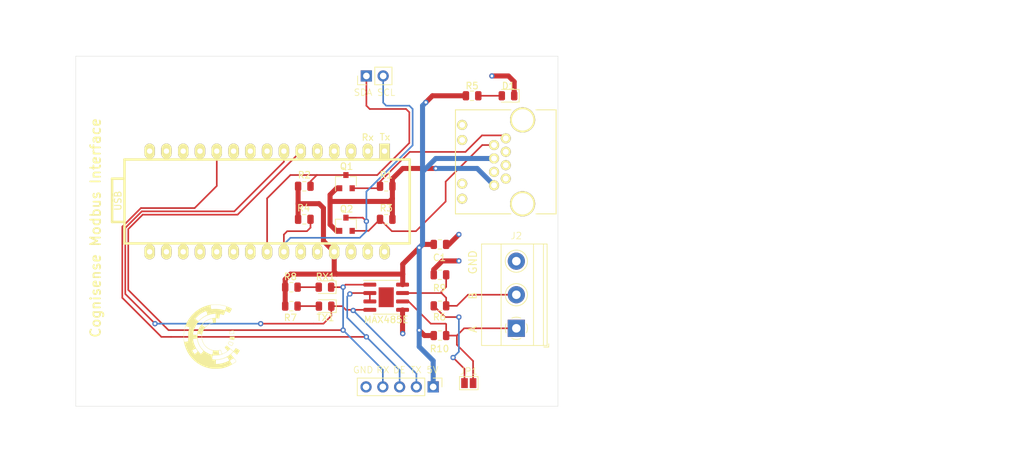
<source format=kicad_pcb>
(kicad_pcb (version 20171130) (host pcbnew "(5.1.6)-1")

  (general
    (thickness 1.6)
    (drawings 21)
    (tracks 209)
    (zones 0)
    (modules 28)
    (nets 44)
  )

  (page A4)
  (layers
    (0 F.Cu signal)
    (31 B.Cu signal)
    (32 B.Adhes user)
    (33 F.Adhes user)
    (34 B.Paste user)
    (35 F.Paste user)
    (36 B.SilkS user)
    (37 F.SilkS user)
    (38 B.Mask user)
    (39 F.Mask user)
    (40 Dwgs.User user)
    (41 Cmts.User user)
    (42 Eco1.User user)
    (43 Eco2.User user)
    (44 Edge.Cuts user)
    (45 Margin user)
    (46 B.CrtYd user)
    (47 F.CrtYd user)
    (48 B.Fab user)
    (49 F.Fab user)
  )

  (setup
    (last_trace_width 0.25)
    (user_trace_width 0.762)
    (trace_clearance 0.2)
    (zone_clearance 0.508)
    (zone_45_only no)
    (trace_min 0.2)
    (via_size 0.8)
    (via_drill 0.4)
    (via_min_size 0.4)
    (via_min_drill 0.3)
    (uvia_size 0.3)
    (uvia_drill 0.1)
    (uvias_allowed no)
    (uvia_min_size 0.2)
    (uvia_min_drill 0.1)
    (edge_width 0.05)
    (segment_width 0.2)
    (pcb_text_width 0.3)
    (pcb_text_size 1.5 1.5)
    (mod_edge_width 0.12)
    (mod_text_size 1 1)
    (mod_text_width 0.15)
    (pad_size 1.524 1.524)
    (pad_drill 0.762)
    (pad_to_mask_clearance 0.05)
    (aux_axis_origin 0 0)
    (grid_origin 106.51236 85.0392)
    (visible_elements 7FFFFFFF)
    (pcbplotparams
      (layerselection 0x010fc_ffffffff)
      (usegerberextensions false)
      (usegerberattributes true)
      (usegerberadvancedattributes true)
      (creategerberjobfile true)
      (excludeedgelayer true)
      (linewidth 0.100000)
      (plotframeref false)
      (viasonmask false)
      (mode 1)
      (useauxorigin false)
      (hpglpennumber 1)
      (hpglpenspeed 20)
      (hpglpendiameter 15.000000)
      (psnegative false)
      (psa4output false)
      (plotreference true)
      (plotvalue true)
      (plotinvisibletext false)
      (padsonsilk false)
      (subtractmaskfromsilk false)
      (outputformat 1)
      (mirror false)
      (drillshape 0)
      (scaleselection 1)
      (outputdirectory "gerber/"))
  )

  (net 0 "")
  (net 1 "Net-(A1-Pad1)")
  (net 2 "Net-(A1-Pad17)")
  (net 3 "Net-(A1-Pad2)")
  (net 4 "Net-(A1-Pad18)")
  (net 5 "Net-(A1-Pad3)")
  (net 6 "Net-(A1-Pad19)")
  (net 7 GND)
  (net 8 "Net-(A1-Pad20)")
  (net 9 "Net-(A1-Pad5)")
  (net 10 "Net-(A1-Pad21)")
  (net 11 "Net-(A1-Pad22)")
  (net 12 SDA-HV)
  (net 13 SCL-HV)
  (net 14 "Net-(A1-Pad9)")
  (net 15 "Net-(A1-Pad25)")
  (net 16 "Net-(A1-Pad10)")
  (net 17 "Net-(A1-Pad26)")
  (net 18 +5V)
  (net 19 "Net-(A1-Pad13)")
  (net 20 "Net-(A1-Pad14)")
  (net 21 "Net-(A1-Pad30)")
  (net 22 "Net-(A1-Pad15)")
  (net 23 "Net-(A1-Pad16)")
  (net 24 "Net-(D1-Pad2)")
  (net 25 SDA-LV)
  (net 26 SCL-LV)
  (net 27 "Net-(J1-Pad9)")
  (net 28 "Net-(J1-Pad10)")
  (net 29 "Net-(J1-Pad11)")
  (net 30 "Net-(J1-Pad12)")
  (net 31 "Net-(J2-Pad1)")
  (net 32 "Net-(J2-Pad2)")
  (net 33 +3V3)
  (net 34 D3)
  (net 35 D8)
  (net 36 D4)
  (net 37 "Net-(A1-Pad12)")
  (net 38 "Net-(J1-Pad3)")
  (net 39 "Net-(J1-Pad6)")
  (net 40 "Net-(A1-Pad8)")
  (net 41 "Net-(R7-Pad2)")
  (net 42 "Net-(R8-Pad2)")
  (net 43 "Net-(JP1-Pad1)")

  (net_class Default "This is the default net class."
    (clearance 0.2)
    (trace_width 0.25)
    (via_dia 0.8)
    (via_drill 0.4)
    (uvia_dia 0.3)
    (uvia_drill 0.1)
    (add_net +3V3)
    (add_net D3)
    (add_net D4)
    (add_net D8)
    (add_net GND)
    (add_net "Net-(A1-Pad1)")
    (add_net "Net-(A1-Pad10)")
    (add_net "Net-(A1-Pad12)")
    (add_net "Net-(A1-Pad13)")
    (add_net "Net-(A1-Pad14)")
    (add_net "Net-(A1-Pad15)")
    (add_net "Net-(A1-Pad16)")
    (add_net "Net-(A1-Pad17)")
    (add_net "Net-(A1-Pad18)")
    (add_net "Net-(A1-Pad19)")
    (add_net "Net-(A1-Pad2)")
    (add_net "Net-(A1-Pad20)")
    (add_net "Net-(A1-Pad21)")
    (add_net "Net-(A1-Pad22)")
    (add_net "Net-(A1-Pad25)")
    (add_net "Net-(A1-Pad26)")
    (add_net "Net-(A1-Pad3)")
    (add_net "Net-(A1-Pad30)")
    (add_net "Net-(A1-Pad5)")
    (add_net "Net-(A1-Pad8)")
    (add_net "Net-(A1-Pad9)")
    (add_net "Net-(D1-Pad2)")
    (add_net "Net-(J1-Pad10)")
    (add_net "Net-(J1-Pad11)")
    (add_net "Net-(J1-Pad12)")
    (add_net "Net-(J1-Pad3)")
    (add_net "Net-(J1-Pad6)")
    (add_net "Net-(J1-Pad9)")
    (add_net "Net-(J2-Pad1)")
    (add_net "Net-(J2-Pad2)")
    (add_net "Net-(JP1-Pad1)")
    (add_net "Net-(R7-Pad2)")
    (add_net "Net-(R8-Pad2)")
    (add_net SCL-HV)
    (add_net SCL-LV)
    (add_net SDA-HV)
    (add_net SDA-LV)
  )

  (net_class Power ""
    (clearance 0.2)
    (trace_width 0.762)
    (via_dia 0.8)
    (via_drill 0.4)
    (uvia_dia 0.3)
    (uvia_drill 0.1)
    (add_net +5V)
  )

  (module Package_SO:SOIC-8-1EP_3.9x4.9mm_P1.27mm_EP2.29x3mm (layer F.Cu) (tedit 5DC5FE76) (tstamp 5F72D0FD)
    (at 179.51236 118.5392)
    (descr "SOIC, 8 Pin (https://www.analog.com/media/en/technical-documentation/data-sheets/ada4898-1_4898-2.pdf#page=29), generated with kicad-footprint-generator ipc_gullwing_generator.py")
    (tags "SOIC SO")
    (path /5F6A5BA6)
    (attr smd)
    (fp_text reference U1 (at 0 -3.5) (layer F.Fab)
      (effects (font (size 1 1) (thickness 0.15)))
    )
    (fp_text value MAX485E (at 0 3.4) (layer F.SilkS)
      (effects (font (size 1 1) (thickness 0.15)))
    )
    (fp_line (start 3.7 -2.7) (end -3.7 -2.7) (layer F.CrtYd) (width 0.05))
    (fp_line (start 3.7 2.7) (end 3.7 -2.7) (layer F.CrtYd) (width 0.05))
    (fp_line (start -3.7 2.7) (end 3.7 2.7) (layer F.CrtYd) (width 0.05))
    (fp_line (start -3.7 -2.7) (end -3.7 2.7) (layer F.CrtYd) (width 0.05))
    (fp_line (start -1.95 -1.475) (end -0.975 -2.45) (layer F.Fab) (width 0.1))
    (fp_line (start -1.95 2.45) (end -1.95 -1.475) (layer F.Fab) (width 0.1))
    (fp_line (start 1.95 2.45) (end -1.95 2.45) (layer F.Fab) (width 0.1))
    (fp_line (start 1.95 -2.45) (end 1.95 2.45) (layer F.Fab) (width 0.1))
    (fp_line (start -0.975 -2.45) (end 1.95 -2.45) (layer F.Fab) (width 0.1))
    (fp_line (start 0 -2.56) (end -3.45 -2.56) (layer F.SilkS) (width 0.12))
    (fp_line (start 0 -2.56) (end 1.95 -2.56) (layer F.SilkS) (width 0.12))
    (fp_line (start 0 2.56) (end -1.95 2.56) (layer F.SilkS) (width 0.12))
    (fp_line (start 0 2.56) (end 1.95 2.56) (layer F.SilkS) (width 0.12))
    (fp_text user %R (at 0 0) (layer F.Fab)
      (effects (font (size 0.98 0.98) (thickness 0.15)))
    )
    (pad 1 smd roundrect (at -2.475 -1.905) (size 1.95 0.6) (layers F.Cu F.Paste F.Mask) (roundrect_rratio 0.25)
      (net 34 D3))
    (pad 2 smd roundrect (at -2.475 -0.635) (size 1.95 0.6) (layers F.Cu F.Paste F.Mask) (roundrect_rratio 0.25)
      (net 35 D8))
    (pad 3 smd roundrect (at -2.475 0.635) (size 1.95 0.6) (layers F.Cu F.Paste F.Mask) (roundrect_rratio 0.25)
      (net 35 D8))
    (pad 4 smd roundrect (at -2.475 1.905) (size 1.95 0.6) (layers F.Cu F.Paste F.Mask) (roundrect_rratio 0.25)
      (net 36 D4))
    (pad 5 smd roundrect (at 2.475 1.905) (size 1.95 0.6) (layers F.Cu F.Paste F.Mask) (roundrect_rratio 0.25)
      (net 7 GND))
    (pad 6 smd roundrect (at 2.475 0.635) (size 1.95 0.6) (layers F.Cu F.Paste F.Mask) (roundrect_rratio 0.25)
      (net 31 "Net-(J2-Pad1)"))
    (pad 7 smd roundrect (at 2.475 -0.635) (size 1.95 0.6) (layers F.Cu F.Paste F.Mask) (roundrect_rratio 0.25)
      (net 32 "Net-(J2-Pad2)"))
    (pad 8 smd roundrect (at 2.475 -1.905) (size 1.95 0.6) (layers F.Cu F.Paste F.Mask) (roundrect_rratio 0.25)
      (net 18 +5V))
    (pad 9 smd rect (at 0 0) (size 2.29 3) (layers F.Cu F.Mask))
    (pad "" smd roundrect (at -0.57 -0.75) (size 0.92 1.21) (layers F.Paste) (roundrect_rratio 0.25))
    (pad "" smd roundrect (at -0.57 0.75) (size 0.92 1.21) (layers F.Paste) (roundrect_rratio 0.25))
    (pad "" smd roundrect (at 0.57 -0.75) (size 0.92 1.21) (layers F.Paste) (roundrect_rratio 0.25))
    (pad "" smd roundrect (at 0.57 0.75) (size 0.92 1.21) (layers F.Paste) (roundrect_rratio 0.25))
    (model ${KISYS3DMOD}/Package_SO.3dshapes/SOIC-8-1EP_3.9x4.9mm_P1.27mm_EP2.29x3mm.wrl
      (at (xyz 0 0 0))
      (scale (xyz 1 1 1))
      (rotate (xyz 0 0 0))
    )
  )

  (module MountingHole:MountingHole_3.2mm_M3 (layer F.Cu) (tedit 56D1B4CB) (tstamp 5FFBCFF8)
    (at 166.51236 87.5392 180)
    (descr "Mounting Hole 3.2mm, no annular, M3")
    (tags "mounting hole 3.2mm no annular m3")
    (attr virtual)
    (fp_text reference M3 (at -3.81 -3.81) (layer F.Fab)
      (effects (font (size 1 1) (thickness 0.15)))
    )
    (fp_text value MountingHole_3.2mm_M3 (at 0.635 4.445) (layer F.Fab)
      (effects (font (size 1 1) (thickness 0.15)))
    )
    (fp_circle (center 0 0) (end 3.2 0) (layer Cmts.User) (width 0.15))
    (fp_circle (center 0 0) (end 3.45 0) (layer F.CrtYd) (width 0.05))
    (fp_text user %R (at 0.3 0) (layer F.Fab)
      (effects (font (size 1 1) (thickness 0.15)))
    )
    (pad 1 np_thru_hole circle (at 0 0 180) (size 3.2 3.2) (drill 3.2) (layers *.Cu *.Mask))
  )

  (module MountingHole:MountingHole_3.2mm_M3 (layer F.Cu) (tedit 56D1B4CB) (tstamp 5FFBCFF1)
    (at 141.51236 87.5392 180)
    (descr "Mounting Hole 3.2mm, no annular, M3")
    (tags "mounting hole 3.2mm no annular m3")
    (attr virtual)
    (fp_text reference M3 (at -3.81 -3.81) (layer F.Fab)
      (effects (font (size 1 1) (thickness 0.15)))
    )
    (fp_text value MountingHole_3.2mm_M3 (at 3 -4.5) (layer F.Fab)
      (effects (font (size 1 1) (thickness 0.15)))
    )
    (fp_circle (center 0 0) (end 3.2 0) (layer Cmts.User) (width 0.15))
    (fp_circle (center 0 0) (end 3.45 0) (layer F.CrtYd) (width 0.05))
    (fp_text user %R (at 0.3 0) (layer F.Fab)
      (effects (font (size 1 1) (thickness 0.15)))
    )
    (pad 1 np_thru_hole circle (at 0 0 180) (size 3.2 3.2) (drill 3.2) (layers *.Cu *.Mask))
  )

  (module SVTmaker:arduino_nano2 (layer F.Cu) (tedit 5B7289B4) (tstamp 5FF71F25)
    (at 160.21236 104.0392 180)
    (descr "30 pins DIL package, elliptical pads, width 600mil (arduino nano)")
    (tags "DIL arduino mini")
    (path /5FF71032)
    (fp_text reference A1 (at -24.9 5.6) (layer F.Fab)
      (effects (font (size 1.778 1.778) (thickness 0.3048)))
    )
    (fp_text value Arduino_Nano (at 6.45 0) (layer F.Fab)
      (effects (font (size 1.778 1.778) (thickness 0.3048)))
    )
    (fp_line (start -22.86 -6.35) (end 20.32 -6.35) (layer F.SilkS) (width 0.381))
    (fp_line (start 20.32 -6.35) (end 20.32 6.35) (layer F.SilkS) (width 0.381))
    (fp_line (start 20.32 6.35) (end -22.86 6.35) (layer F.SilkS) (width 0.381))
    (fp_line (start -22.86 6.35) (end -22.86 -6.35) (layer F.SilkS) (width 0.381))
    (fp_line (start 20.35 3.45) (end 22.2 3.45) (layer F.SilkS) (width 0.381))
    (fp_line (start 22.2 3.44) (end 22.2 -3.1) (layer F.SilkS) (width 0.381))
    (fp_line (start 22.2 -3.1) (end 20.33 -3.1) (layer F.SilkS) (width 0.381))
    (fp_text user Rx (at -16.5 9.7) (layer F.SilkS)
      (effects (font (size 1 1) (thickness 0.15)))
    )
    (fp_text user Tx (at -19.1 9.75) (layer F.SilkS)
      (effects (font (size 1 1) (thickness 0.15)))
    )
    (fp_text user USB (at 21.3 0.1 90) (layer F.SilkS)
      (effects (font (size 1 1) (thickness 0.15)))
    )
    (pad 30 thru_hole oval (at -19.05 -7.62 180) (size 1.5748 2.286) (drill 0.8128) (layers *.Cu *.Mask F.SilkS)
      (net 21 "Net-(A1-Pad30)"))
    (pad 29 thru_hole oval (at -16.51 -7.62 180) (size 1.5748 2.286) (drill 0.8128) (layers *.Cu *.Mask F.SilkS)
      (net 7 GND))
    (pad 28 thru_hole oval (at -13.97 -7.62 180) (size 1.5748 2.286) (drill 0.8128) (layers *.Cu *.Mask F.SilkS))
    (pad 27 thru_hole oval (at -11.43 -7.62 180) (size 1.5748 2.286) (drill 0.8128) (layers *.Cu *.Mask F.SilkS)
      (net 18 +5V))
    (pad 26 thru_hole oval (at -8.89 -7.62 180) (size 1.5748 2.286) (drill 0.8128) (layers *.Cu *.Mask F.SilkS)
      (net 17 "Net-(A1-Pad26)"))
    (pad 25 thru_hole oval (at -6.35 -7.62 180) (size 1.5748 2.286) (drill 0.8128) (layers *.Cu *.Mask F.SilkS)
      (net 15 "Net-(A1-Pad25)"))
    (pad 24 thru_hole oval (at -3.81 -7.62 180) (size 1.5748 2.286) (drill 0.8128) (layers *.Cu *.Mask F.SilkS)
      (net 13 SCL-HV))
    (pad 23 thru_hole oval (at -1.27 -7.62 180) (size 1.5748 2.286) (drill 0.8128) (layers *.Cu *.Mask F.SilkS)
      (net 12 SDA-HV))
    (pad 22 thru_hole oval (at 1.27 -7.62 180) (size 1.5748 2.286) (drill 0.8128) (layers *.Cu *.Mask F.SilkS)
      (net 11 "Net-(A1-Pad22)"))
    (pad 21 thru_hole oval (at 3.81 -7.62 180) (size 1.5748 2.286) (drill 0.8128) (layers *.Cu *.Mask F.SilkS)
      (net 10 "Net-(A1-Pad21)"))
    (pad 20 thru_hole oval (at 6.35 -7.62 180) (size 1.5748 2.286) (drill 0.8128) (layers *.Cu *.Mask F.SilkS)
      (net 8 "Net-(A1-Pad20)"))
    (pad 19 thru_hole oval (at 8.89 -7.62 180) (size 1.5748 2.286) (drill 0.8128) (layers *.Cu *.Mask F.SilkS)
      (net 6 "Net-(A1-Pad19)"))
    (pad 18 thru_hole oval (at 11.43 -7.62 180) (size 1.5748 2.286) (drill 0.8128) (layers *.Cu *.Mask F.SilkS)
      (net 4 "Net-(A1-Pad18)"))
    (pad 17 thru_hole oval (at 13.97 -7.62 180) (size 1.5748 2.286) (drill 0.8128) (layers *.Cu *.Mask F.SilkS)
      (net 2 "Net-(A1-Pad17)"))
    (pad 16 thru_hole oval (at 16.51 -7.62 180) (size 1.5748 2.286) (drill 0.8128) (layers *.Cu *.Mask F.SilkS)
      (net 23 "Net-(A1-Pad16)"))
    (pad 15 thru_hole oval (at 16.51 7.62 180) (size 1.5748 2.286) (drill 0.8128) (layers *.Cu *.Mask F.SilkS)
      (net 22 "Net-(A1-Pad15)"))
    (pad 14 thru_hole oval (at 13.97 7.62 180) (size 1.5748 2.286) (drill 0.8128) (layers *.Cu *.Mask F.SilkS)
      (net 20 "Net-(A1-Pad14)"))
    (pad 13 thru_hole oval (at 11.43 7.62 180) (size 1.5748 2.286) (drill 0.8128) (layers *.Cu *.Mask F.SilkS)
      (net 19 "Net-(A1-Pad13)"))
    (pad 12 thru_hole oval (at 8.89 7.62 180) (size 1.5748 2.286) (drill 0.8128) (layers *.Cu *.Mask F.SilkS)
      (net 37 "Net-(A1-Pad12)"))
    (pad 11 thru_hole oval (at 6.35 7.62 180) (size 1.5748 2.286) (drill 0.8128) (layers *.Cu *.Mask F.SilkS)
      (net 35 D8))
    (pad 10 thru_hole oval (at 3.81 7.62 180) (size 1.5748 2.286) (drill 0.8128) (layers *.Cu *.Mask F.SilkS)
      (net 16 "Net-(A1-Pad10)"))
    (pad 9 thru_hole oval (at 1.27 7.62 180) (size 1.5748 2.286) (drill 0.8128) (layers *.Cu *.Mask F.SilkS)
      (net 14 "Net-(A1-Pad9)"))
    (pad 8 thru_hole oval (at -1.27 7.62 180) (size 1.5748 2.286) (drill 0.8128) (layers *.Cu *.Mask F.SilkS)
      (net 40 "Net-(A1-Pad8)"))
    (pad 7 thru_hole oval (at -3.81 7.62 180) (size 1.5748 2.286) (drill 0.8128) (layers *.Cu *.Mask F.SilkS)
      (net 36 D4))
    (pad 6 thru_hole oval (at -6.35 7.62 180) (size 1.5748 2.286) (drill 0.8128) (layers *.Cu *.Mask F.SilkS)
      (net 34 D3))
    (pad 5 thru_hole oval (at -8.89 7.62 180) (size 1.5748 2.286) (drill 0.8128) (layers *.Cu *.Mask F.SilkS)
      (net 9 "Net-(A1-Pad5)"))
    (pad 4 thru_hole oval (at -11.43 7.62 180) (size 1.5748 2.286) (drill 0.8128) (layers *.Cu *.Mask F.SilkS)
      (net 7 GND))
    (pad 3 thru_hole oval (at -13.97 7.62 180) (size 1.5748 2.286) (drill 0.8128) (layers *.Cu *.Mask F.SilkS)
      (net 5 "Net-(A1-Pad3)"))
    (pad 2 thru_hole oval (at -16.51 7.62 180) (size 1.5748 2.286) (drill 0.8128) (layers *.Cu *.Mask F.SilkS)
      (net 3 "Net-(A1-Pad2)"))
    (pad 1 thru_hole rect (at -19.05 7.62 180) (size 1.5748 2.286) (drill 0.8128) (layers *.Cu *.Mask F.SilkS)
      (net 1 "Net-(A1-Pad1)"))
    (model 0User.3dshapes/arduino_nano.wrl
      (offset (xyz 23 10.05 0))
      (scale (xyz 0.393 0.393 0.393))
      (rotate (xyz 0 0 -180))
    )
    (model ${KISYS3DMOD}/Connector_PinSocket_2.54mm.3dshapes/PinSocket_1x15_P2.54mm_Vertical.wrl
      (offset (xyz -19 -7.5 0))
      (scale (xyz 1 1 1))
      (rotate (xyz 0 0 -90))
    )
    (model ${KISYS3DMOD}/Connector_PinSocket_2.54mm.3dshapes/PinSocket_1x15_P2.54mm_Vertical.wrl
      (offset (xyz -19 7.5 0))
      (scale (xyz 1 1 1))
      (rotate (xyz 0 0 -90))
    )
  )

  (module MountingHole:MountingHole_3.2mm_M3 (layer F.Cu) (tedit 56D1B4CB) (tstamp 5F72FD5A)
    (at 166.51236 128.9392)
    (descr "Mounting Hole 3.2mm, no annular, M3")
    (tags "mounting hole 3.2mm no annular m3")
    (attr virtual)
    (fp_text reference M3 (at -3.81 -3.81) (layer F.Fab)
      (effects (font (size 1 1) (thickness 0.15)))
    )
    (fp_text value MountingHole_3.2mm_M3 (at 4.445 4.445) (layer F.Fab)
      (effects (font (size 1 1) (thickness 0.15)))
    )
    (fp_circle (center 0 0) (end 3.2 0) (layer Cmts.User) (width 0.15))
    (fp_circle (center 0 0) (end 3.45 0) (layer F.CrtYd) (width 0.05))
    (fp_text user %R (at 0.3 0) (layer F.Fab)
      (effects (font (size 1 1) (thickness 0.15)))
    )
    (pad 1 np_thru_hole circle (at 0 0) (size 3.2 3.2) (drill 3.2) (layers *.Cu *.Mask))
  )

  (module SVTmaker:CS_10mm_FSilk (layer F.Cu) (tedit 0) (tstamp 5F73EB6F)
    (at 153.51236 124.5392)
    (fp_text reference G*** (at 0 0) (layer B.SilkS) hide
      (effects (font (size 1.524 1.524) (thickness 0.3)) (justify mirror))
    )
    (fp_text value LOGO (at 0.75 0) (layer B.SilkS) hide
      (effects (font (size 1.524 1.524) (thickness 0.3)) (justify mirror))
    )
    (fp_poly (pts (xy 0.67686 -4.879526) (xy 0.979943 -4.842265) (xy 1.299967 -4.778808) (xy 1.505857 -4.728517)
      (xy 1.656543 -4.68407) (xy 1.832116 -4.623387) (xy 2.018615 -4.552364) (xy 2.202081 -4.476896)
      (xy 2.368555 -4.40288) (xy 2.504077 -4.336211) (xy 2.594688 -4.282785) (xy 2.624032 -4.256241)
      (xy 2.614519 -4.216099) (xy 2.577569 -4.130482) (xy 2.522137 -4.016704) (xy 2.457175 -3.892077)
      (xy 2.391635 -3.773917) (xy 2.334472 -3.679535) (xy 2.302939 -3.635314) (xy 2.268532 -3.644892)
      (xy 2.185975 -3.680555) (xy 2.071621 -3.735137) (xy 2.04479 -3.748485) (xy 1.878867 -3.831394)
      (xy 1.765184 -3.88111) (xy 1.689992 -3.894643) (xy 1.639543 -3.869004) (xy 1.600087 -3.801203)
      (xy 1.557878 -3.688249) (xy 1.54037 -3.638788) (xy 1.491364 -3.505327) (xy 1.449735 -3.399146)
      (xy 1.422605 -3.338187) (xy 1.418343 -3.331382) (xy 1.375528 -3.3282) (xy 1.282464 -3.343078)
      (xy 1.158296 -3.372843) (xy 1.143 -3.377045) (xy 1.013225 -3.409838) (xy 0.909295 -3.429987)
      (xy 0.852111 -3.433509) (xy 0.850018 -3.432892) (xy 0.82751 -3.392584) (xy 0.800711 -3.297626)
      (xy 0.774152 -3.1654) (xy 0.764349 -3.104214) (xy 0.717662 -2.790399) (xy 0.217714 -2.839663)
      (xy 0.217714 -2.140858) (xy 0.062052 -2.140857) (xy -0.241872 -2.106791) (xy -0.549908 -2.009884)
      (xy -0.850134 -1.858074) (xy -1.130628 -1.659298) (xy -1.379469 -1.421493) (xy -1.584734 -1.152596)
      (xy -1.681979 -0.979715) (xy -1.829091 -0.608412) (xy -1.904235 -0.240435) (xy -1.907395 0.127134)
      (xy -1.838553 0.497214) (xy -1.697692 0.872723) (xy -1.670795 0.928796) (xy -1.486153 1.226489)
      (xy -1.245802 1.494153) (xy -0.962927 1.721278) (xy -0.650713 1.897354) (xy -0.322343 2.011873)
      (xy -0.307636 2.015355) (xy -0.025213 2.058487) (xy 0.28009 2.067519) (xy 0.573648 2.042414)
      (xy 0.707571 2.01648) (xy 0.825418 1.992738) (xy 0.913515 1.983479) (xy 0.949022 1.989007)
      (xy 0.971372 2.032805) (xy 1.009852 2.127324) (xy 1.057256 2.254572) (xy 1.07196 2.295927)
      (xy 1.122882 2.434841) (xy 1.160604 2.516806) (xy 1.193502 2.554158) (xy 1.229957 2.559238)
      (xy 1.247794 2.554882) (xy 1.359082 2.510079) (xy 1.503436 2.437264) (xy 1.655053 2.350861)
      (xy 1.78813 2.265298) (xy 1.853088 2.216449) (xy 1.973561 2.115873) (xy 1.766923 1.8723)
      (xy 1.674405 1.760385) (xy 1.603292 1.668917) (xy 1.564405 1.612059) (xy 1.560285 1.60187)
      (xy 1.584219 1.563438) (xy 1.645647 1.493711) (xy 1.698458 1.440092) (xy 1.836631 1.305169)
      (xy 2.35834 1.744041) (xy 2.88005 2.182912) (xy 2.946176 2.098385) (xy 3.006195 2.016188)
      (xy 3.080733 1.907088) (xy 3.111794 1.859707) (xy 3.172715 1.771594) (xy 3.219098 1.715769)
      (xy 3.233752 1.705493) (xy 3.273176 1.722251) (xy 3.360281 1.767254) (xy 3.479873 1.832509)
      (xy 3.550425 1.872115) (xy 3.687429 1.950598) (xy 3.771193 2.004016) (xy 3.811637 2.043045)
      (xy 3.818678 2.078366) (xy 3.802235 2.120654) (xy 3.79478 2.135186) (xy 3.74894 2.211437)
      (xy 3.67445 2.322826) (xy 3.586528 2.446681) (xy 3.576622 2.460186) (xy 3.408314 2.6888)
      (xy 2.884714 2.252778) (xy 2.694214 2.440506) (xy 2.601937 2.534076) (xy 2.534268 2.607716)
      (xy 2.504187 2.647209) (xy 2.503714 2.649152) (xy 2.525833 2.682405) (xy 2.587265 2.761973)
      (xy 2.680627 2.87862) (xy 2.798534 3.02311) (xy 2.922124 3.172435) (xy 3.078227 3.358703)
      (xy 3.190943 3.498138) (xy 3.260257 3.602088) (xy 3.286158 3.681902) (xy 3.268632 3.748928)
      (xy 3.207667 3.814517) (xy 3.10325 3.890016) (xy 2.955367 3.986774) (xy 2.921176 4.009277)
      (xy 2.502662 4.261631) (xy 2.080143 4.464281) (xy 1.629239 4.627906) (xy 1.291628 4.722922)
      (xy 1.161736 4.751991) (xy 1.023826 4.773632) (xy 0.863093 4.789142) (xy 0.66473 4.799815)
      (xy 0.41393 4.806944) (xy 0.308428 4.808885) (xy 0.086073 4.811637) (xy -0.116327 4.812425)
      (xy -0.285592 4.811335) (xy -0.40854 4.808449) (xy -0.471715 4.803903) (xy -0.87658 4.721319)
      (xy -1.231459 4.626434) (xy -1.558766 4.51193) (xy -1.880917 4.37049) (xy -2.035567 4.293325)
      (xy -2.545895 3.990326) (xy -3.008896 3.633707) (xy -3.150647 3.494134) (xy 0.217714 3.494134)
      (xy 0.217714 4.110948) (xy 0.553357 4.089793) (xy 0.750238 4.069513) (xy 0.975485 4.034409)
      (xy 1.188139 3.991121) (xy 1.239163 3.978614) (xy 1.441606 3.918551) (xy 1.666956 3.839336)
      (xy 1.873961 3.755732) (xy 1.919663 3.735108) (xy 2.205357 3.602369) (xy 2.329161 3.602369)
      (xy 2.439875 3.787827) (xy 2.509493 3.904108) (xy 2.571169 4.006554) (xy 2.600163 4.054322)
      (xy 2.649736 4.135359) (xy 2.822241 4.029216) (xy 2.954487 3.940677) (xy 3.088738 3.839964)
      (xy 3.137715 3.799485) (xy 3.280684 3.675898) (xy 3.100842 3.454724) (xy 3.01278 3.350226)
      (xy 2.940791 3.271774) (xy 2.897778 3.233247) (xy 2.893304 3.231489) (xy 2.853058 3.25002)
      (xy 2.768723 3.30135) (xy 2.655293 3.376133) (xy 2.597385 3.415899) (xy 2.329161 3.602369)
      (xy 2.205357 3.602369) (xy 2.25 3.581627) (xy 2.118003 3.342028) (xy 2.051082 3.222713)
      (xy 1.995998 3.128427) (xy 1.963362 3.077266) (xy 1.961153 3.074535) (xy 1.919107 3.075832)
      (xy 1.829013 3.103737) (xy 1.707864 3.152663) (xy 1.665566 3.17173) (xy 1.261951 3.325504)
      (xy 0.832701 3.430256) (xy 0.517614 3.471082) (xy 0.217714 3.494134) (xy -3.150647 3.494134)
      (xy -3.343599 3.304148) (xy -0.348835 3.304148) (xy -0.347391 3.362162) (xy -0.346995 3.363317)
      (xy -0.298423 3.396826) (xy -0.190321 3.420143) (xy -0.035059 3.432932) (xy 0.154995 3.434854)
      (xy 0.367471 3.425571) (xy 0.589999 3.404745) (xy 0.689428 3.391618) (xy 1.181443 3.285085)
      (xy 1.645129 3.11335) (xy 2.075673 2.878837) (xy 2.46826 2.583966) (xy 2.665887 2.397319)
      (xy 2.846202 2.212919) (xy 2.703073 2.095245) (xy 2.598092 2.008291) (xy 2.500354 1.926312)
      (xy 2.469084 1.899719) (xy 2.378224 1.821868) (xy 2.171017 2.013705) (xy 1.873528 2.252445)
      (xy 1.533743 2.463379) (xy 1.181242 2.628716) (xy 1.095607 2.660487) (xy 0.957278 2.706238)
      (xy 0.834309 2.738694) (xy 0.706896 2.76094) (xy 0.555233 2.776062) (xy 0.359517 2.787144)
      (xy 0.254362 2.791535) (xy -0.271418 2.812143) (xy -0.317441 3.066143) (xy -0.33812 3.198116)
      (xy -0.348835 3.304148) (xy -3.343599 3.304148) (xy -3.421917 3.227034) (xy -3.782306 2.773878)
      (xy -4.08741 2.277808) (xy -4.183621 2.069394) (xy -3.378149 2.069394) (xy -3.190817 2.340379)
      (xy -3.109167 2.461225) (xy -3.051921 2.537635) (xy -3.003478 2.570275) (xy -2.948237 2.559807)
      (xy -2.870595 2.506897) (xy -2.754951 2.412209) (xy -2.693059 2.36157) (xy -2.607904 2.287067)
      (xy -2.552334 2.227874) (xy -2.54 2.205178) (xy -2.560493 2.160606) (xy -2.613359 2.079606)
      (xy -2.664721 2.009448) (xy -2.736209 1.912008) (xy -2.788206 1.834086) (xy -2.804979 1.802982)
      (xy -2.845178 1.791581) (xy -2.939549 1.822921) (xy -3.084695 1.895551) (xy -3.258432 1.996542)
      (xy -3.378149 2.069394) (xy -4.183621 2.069394) (xy -4.334577 1.742393) (xy -4.521154 1.171201)
      (xy -4.595977 0.848142) (xy -4.635146 0.576353) (xy -4.656786 0.257411) (xy -4.66097 -0.072572)
      (xy -4.62391 -0.072572) (xy -4.621041 0.2332) (xy -4.608813 0.468263) (xy -4.58706 0.633891)
      (xy -4.555618 0.731363) (xy -4.516022 0.762) (xy -4.455679 0.756136) (xy -4.347606 0.740784)
      (xy -4.218888 0.719884) (xy -3.973286 0.677768) (xy -3.972493 0.411481) (xy -3.229429 0.411481)
      (xy -3.209365 0.607244) (xy -3.15347 0.844295) (xy -3.068187 1.104934) (xy -2.959958 1.371462)
      (xy -2.835229 1.626179) (xy -2.71099 1.83556) (xy -2.614787 1.972025) (xy -2.502234 2.117328)
      (xy -2.38355 2.259947) (xy -2.268951 2.388359) (xy -2.168657 2.491039) (xy -2.092884 2.556465)
      (xy -2.056 2.574224) (xy -2.014396 2.546788) (xy -1.942614 2.476061) (xy -1.854793 2.37622)
      (xy -1.837499 2.355176) (xy -1.66114 2.138188) (xy -1.839224 1.949023) (xy -2.059566 1.68937)
      (xy -2.243959 1.410948) (xy -2.35283 1.209353) (xy -2.426179 1.044439) (xy -2.495449 0.854981)
      (xy -2.554005 0.662953) (xy -2.595209 0.490328) (xy -2.612425 0.359082) (xy -2.612572 0.349346)
      (xy -2.612572 0.243661) (xy -2.835609 0.266973) (xy -2.969957 0.279587) (xy -3.086302 0.288052)
      (xy -3.144037 0.290285) (xy -3.202994 0.301472) (xy -3.226312 0.349156) (xy -3.229429 0.411481)
      (xy -3.972493 0.411481) (xy -3.971168 -0.033045) (xy -3.97026 -0.187881) (xy -2.574937 -0.187881)
      (xy -2.569922 -0.002987) (xy -2.56818 0.046026) (xy -2.557487 0.269045) (xy -2.541881 0.441374)
      (xy -2.51807 0.584873) (xy -2.482764 0.721404) (xy -2.452208 0.816428) (xy -2.271416 1.243187)
      (xy -2.033915 1.62504) (xy -1.740294 1.961125) (xy -1.570557 2.113444) (xy -1.394446 2.243834)
      (xy -1.190305 2.370478) (xy -0.974495 2.485447) (xy -0.763378 2.580809) (xy -0.573316 2.648634)
      (xy -0.420669 2.680989) (xy -0.39661 2.682491) (xy -0.3499 2.679524) (xy -0.318548 2.657834)
      (xy -0.295574 2.603076) (xy -0.274002 2.500902) (xy -0.255979 2.393369) (xy -0.235651 2.257617)
      (xy -0.223243 2.153075) (xy -0.221915 2.123728) (xy 0.624033 2.123728) (xy 0.633121 2.216874)
      (xy 0.65027 2.346188) (xy 0.656993 2.391237) (xy 0.684735 2.548684) (xy 0.717457 2.643518)
      (xy 0.767556 2.68532) (xy 0.847427 2.68367) (xy 0.969466 2.648146) (xy 0.983371 2.64347)
      (xy 1.067833 2.613607) (xy 1.115693 2.594176) (xy 1.11825 2.592624) (xy 1.112336 2.556764)
      (xy 1.086479 2.469403) (xy 1.045729 2.347169) (xy 1.030597 2.304049) (xy 0.931407 2.024647)
      (xy 0.784566 2.048128) (xy 0.689785 2.065679) (xy 0.631508 2.080981) (xy 0.624863 2.08447)
      (xy 0.624033 2.123728) (xy -0.221915 2.123728) (xy -0.220713 2.097201) (xy -0.222226 2.092501)
      (xy -0.261023 2.078003) (xy -0.35076 2.048173) (xy -0.473042 2.009107) (xy -0.489857 2.003828)
      (xy -0.824373 1.862209) (xy -1.126938 1.661504) (xy -1.391596 1.410386) (xy -1.612394 1.117524)
      (xy -1.783376 0.791588) (xy -1.898587 0.441251) (xy -1.952071 0.075183) (xy -1.953156 -0.12675)
      (xy -1.94166 -0.380501) (xy -2.208827 -0.428346) (xy -2.346105 -0.448986) (xy -2.45969 -0.458927)
      (xy -2.527147 -0.456302) (xy -2.530851 -0.455142) (xy -2.553187 -0.436444) (xy -2.567416 -0.393244)
      (xy -2.574384 -0.314178) (xy -2.574937 -0.187881) (xy -3.97026 -0.187881) (xy -3.969686 -0.285633)
      (xy -3.968579 -0.344715) (xy -3.247572 -0.344715) (xy -3.066143 -0.322386) (xy -2.929049 -0.309644)
      (xy -2.798218 -0.303936) (xy -2.757971 -0.304243) (xy -2.680562 -0.311286) (xy -2.639685 -0.338828)
      (xy -2.618264 -0.406533) (xy -2.607185 -0.477852) (xy -2.513078 -0.889543) (xy -2.354219 -1.28073)
      (xy -2.137139 -1.644505) (xy -1.967144 -1.852885) (xy -1.886858 -1.852885) (xy -1.861008 -1.818323)
      (xy -1.792383 -1.75076) (xy -1.694368 -1.663159) (xy -1.665355 -1.638389) (xy -1.443853 -1.451071)
      (xy -1.25276 -1.625719) (xy -1.117369 -1.735329) (xy -0.95345 -1.848289) (xy -0.812048 -1.931528)
      (xy -0.663291 -2.003275) (xy -0.512181 -2.06584) (xy -0.391164 -2.105805) (xy -0.390072 -2.106081)
      (xy -0.303936 -2.129278) (xy -0.251257 -2.156243) (xy -0.22718 -2.201952) (xy -0.22685 -2.281378)
      (xy -0.245413 -2.409496) (xy -0.261386 -2.503041) (xy -0.286622 -2.635778) (xy -0.316648 -2.716564)
      (xy -0.365679 -2.751727) (xy -0.447928 -2.747595) (xy -0.577611 -2.710497) (xy -0.663359 -2.682006)
      (xy -1.06571 -2.511485) (xy -1.428472 -2.284805) (xy -1.633869 -2.114291) (xy -1.743166 -2.010414)
      (xy -1.828716 -1.924001) (xy -1.878745 -1.867214) (xy -1.886858 -1.852885) (xy -1.967144 -1.852885)
      (xy -1.86837 -1.973962) (xy -1.554446 -2.262193) (xy -1.2019 -2.502292) (xy -0.817264 -2.687351)
      (xy -0.407071 -2.810464) (xy -0.399447 -2.812079) (xy -0.242842 -2.840152) (xy -0.088875 -2.859825)
      (xy 0.020515 -2.866572) (xy 0.181428 -2.866572) (xy 0.181428 -3.523003) (xy 0.0635 -3.504741)
      (xy -0.039244 -3.490586) (xy -0.177345 -3.473712) (xy -0.271775 -3.463113) (xy -0.684623 -3.385558)
      (xy -1.100737 -3.244986) (xy -1.504859 -3.048546) (xy -1.881732 -2.80339) (xy -2.144093 -2.58561)
      (xy -2.411455 -2.302695) (xy -2.654631 -1.976565) (xy -2.865846 -1.622166) (xy -3.037327 -1.254444)
      (xy -3.161297 -0.888346) (xy -3.229981 -0.538818) (xy -3.235062 -0.488425) (xy -3.247572 -0.344715)
      (xy -3.968579 -0.344715) (xy -3.966032 -0.480581) (xy -3.95883 -0.632816) (xy -3.946705 -0.757266)
      (xy -3.928283 -0.868858) (xy -3.902188 -0.982518) (xy -3.873986 -1.088152) (xy -3.834811 -1.23518)
      (xy -3.805987 -1.353429) (xy -3.791153 -1.427346) (xy -3.790662 -1.444186) (xy -3.827788 -1.461452)
      (xy -3.916087 -1.496965) (xy -4.038604 -1.543968) (xy -4.078052 -1.55876) (xy -4.353702 -1.661594)
      (xy -4.425412 -1.429424) (xy -4.536432 -0.995403) (xy -4.601316 -0.55239) (xy -4.623902 -0.074148)
      (xy -4.62391 -0.072572) (xy -4.66097 -0.072572) (xy -4.661134 -0.085475) (xy -4.648428 -0.429097)
      (xy -4.618906 -0.750243) (xy -4.577004 -1.006336) (xy -4.417947 -1.588682) (xy -4.195112 -2.136552)
      (xy -3.908894 -2.64921) (xy -3.831721 -2.754563) (xy -2.902857 -2.754563) (xy -2.876888 -2.720293)
      (xy -2.807963 -2.65328) (xy -2.709555 -2.566412) (xy -2.681075 -2.542393) (xy -2.459292 -2.357075)
      (xy -2.200231 -2.602752) (xy -2.060606 -2.728874) (xy -1.912403 -2.852649) (xy -1.780836 -2.953314)
      (xy -1.741657 -2.98039) (xy -1.600763 -3.067413) (xy -1.433209 -3.16218) (xy -1.295454 -3.233975)
      (xy -1.178383 -3.292372) (xy -1.105828 -3.339642) (xy -1.073435 -3.392135) (xy -1.076845 -3.466201)
      (xy -1.111703 -3.578186) (xy -1.165354 -3.72221) (xy -1.210684 -3.833921) (xy -1.246846 -3.889983)
      (xy -1.285868 -3.904153) (xy -1.318506 -3.897403) (xy -1.426807 -3.854549) (xy -1.576424 -3.783256)
      (xy -1.747448 -3.694051) (xy -1.919971 -3.597461) (xy -2.074085 -3.504013) (xy -2.122715 -3.472166)
      (xy -2.220457 -3.39995) (xy -2.341379 -3.301206) (xy -2.473837 -3.186642) (xy -2.606188 -3.06697)
      (xy -2.726789 -2.952899) (xy -2.823997 -2.855138) (xy -2.886169 -2.784397) (xy -2.902857 -2.754563)
      (xy -3.831721 -2.754563) (xy -3.559692 -3.125919) (xy -3.248588 -3.467571) (xy -2.799311 -3.86989)
      (xy -2.318385 -4.206998) (xy -1.806085 -4.478737) (xy -1.262685 -4.684947) (xy -1.024538 -4.752158)
      (xy -1.01916 -4.753508) (xy -0.590174 -4.753508) (xy -0.585568 -4.658248) (xy -0.568408 -4.537909)
      (xy -0.542637 -4.411534) (xy -0.512198 -4.298163) (xy -0.481032 -4.216837) (xy -0.453084 -4.186596)
      (xy -0.450435 -4.187183) (xy -0.395193 -4.197423) (xy -0.285893 -4.209906) (xy -0.14093 -4.222701)
      (xy -0.047017 -4.229554) (xy 0.325415 -4.234112) (xy 0.715332 -4.202541) (xy 1.09036 -4.138347)
      (xy 1.301735 -4.08354) (xy 1.433464 -4.04399) (xy 1.536204 -4.013405) (xy 1.592007 -3.99712)
      (xy 1.596571 -3.995896) (xy 1.615929 -4.025612) (xy 1.652028 -4.108607) (xy 1.698352 -4.229417)
      (xy 1.718078 -4.284278) (xy 1.763391 -4.417748) (xy 1.795444 -4.522303) (xy 1.809345 -4.581526)
      (xy 1.808792 -4.58879) (xy 1.755875 -4.613725) (xy 1.647688 -4.648412) (xy 1.500205 -4.68877)
      (xy 1.329397 -4.730717) (xy 1.151238 -4.770172) (xy 0.981697 -4.803054) (xy 0.946597 -4.809092)
      (xy 0.745557 -4.837562) (xy 0.543655 -4.854074) (xy 0.317978 -4.859748) (xy 0.045614 -4.855704)
      (xy 0.012436 -4.854733) (xy -0.182826 -4.84681) (xy -0.352554 -4.836167) (xy -0.483443 -4.823933)
      (xy -0.562189 -4.811235) (xy -0.578284 -4.80465) (xy -0.590174 -4.753508) (xy -1.01916 -4.753508)
      (xy -0.854118 -4.794933) (xy -0.718817 -4.825897) (xy -0.599606 -4.84756) (xy -0.477452 -4.862428)
      (xy -0.333324 -4.873012) (xy -0.148191 -4.881819) (xy 0.004831 -4.887843) (xy 0.361547 -4.893687)
      (xy 0.67686 -4.879526)) (layer F.SilkS) (width 0.01))
    (fp_poly (pts (xy 2.267078 0.701177) (xy 2.36158 0.731877) (xy 2.482368 0.774704) (xy 2.611266 0.822837)
      (xy 2.730101 0.869453) (xy 2.820699 0.90773) (xy 2.864883 0.930845) (xy 2.866571 0.933251)
      (xy 2.851056 0.990355) (xy 2.811728 1.08198) (xy 2.75941 1.18733) (xy 2.704929 1.285612)
      (xy 2.659106 1.356029) (xy 2.63483 1.378447) (xy 2.587065 1.360699) (xy 2.494323 1.313686)
      (xy 2.37345 1.246155) (xy 2.322285 1.216124) (xy 2.200611 1.140538) (xy 2.107742 1.076749)
      (xy 2.057832 1.034749) (xy 2.053082 1.026034) (xy 2.057243 1.011427) (xy 2.104571 1.011427)
      (xy 2.134188 1.044102) (xy 2.213021 1.100172) (xy 2.326043 1.169275) (xy 2.367642 1.192818)
      (xy 2.630714 1.338893) (xy 2.72696 1.150232) (xy 2.776777 1.047503) (xy 2.807327 0.974455)
      (xy 2.812402 0.950251) (xy 2.775063 0.932258) (xy 2.690455 0.898311) (xy 2.577742 0.855453)
      (xy 2.456086 0.810731) (xy 2.344653 0.771189) (xy 2.262603 0.743872) (xy 2.229112 0.735812)
      (xy 2.198769 0.787613) (xy 2.158785 0.87053) (xy 2.122909 0.95414) (xy 2.104887 1.008017)
      (xy 2.104571 1.011427) (xy 2.057243 1.011427) (xy 2.071065 0.962909) (xy 2.108407 0.873546)
      (xy 2.153326 0.782134) (xy 2.194041 0.712863) (xy 2.217036 0.689428) (xy 2.267078 0.701177)) (layer F.SilkS) (width 0.01))
    (fp_poly (pts (xy 3.034789 0.132064) (xy 3.020568 0.254139) (xy 3.012445 0.359362) (xy 3.011714 0.386064)
      (xy 3.00722 0.429762) (xy 2.986099 0.455974) (xy 2.936887 0.46527) (xy 2.848123 0.458218)
      (xy 2.708346 0.435389) (xy 2.563559 0.408336) (xy 2.27869 0.354047) (xy 2.300488 0.245059)
      (xy 2.316784 0.134481) (xy 2.322285 0.049892) (xy 2.324968 0.010993) (xy 2.341787 -0.013986)
      (xy 2.385899 -0.028125) (xy 2.470461 -0.034509) (xy 2.608629 -0.03622) (xy 2.690075 -0.036286)
      (xy 3.057864 -0.036286) (xy 3.034789 0.132064)) (layer F.SilkS) (width 0.01))
    (fp_poly (pts (xy 2.864787 -0.984634) (xy 2.894049 -0.90489) (xy 2.928764 -0.798302) (xy 2.961924 -0.686403)
      (xy 2.986519 -0.590725) (xy 2.986761 -0.589643) (xy 2.996554 -0.526513) (xy 2.993366 -0.508)
      (xy 2.954873 -0.501667) (xy 2.862933 -0.484848) (xy 2.735356 -0.46082) (xy 2.697406 -0.453578)
      (xy 2.52431 -0.421134) (xy 2.408847 -0.405482) (xy 2.337221 -0.410591) (xy 2.295636 -0.440432)
      (xy 2.270295 -0.498973) (xy 2.249244 -0.58253) (xy 2.226896 -0.688481) (xy 2.221343 -0.730582)
      (xy 2.249916 -0.730582) (xy 2.262862 -0.650346) (xy 2.293426 -0.557242) (xy 2.330909 -0.477586)
      (xy 2.364616 -0.437693) (xy 2.369348 -0.436763) (xy 2.42523 -0.443984) (xy 2.529573 -0.461622)
      (xy 2.658372 -0.485588) (xy 2.784393 -0.512364) (xy 2.880211 -0.537168) (xy 2.92535 -0.55469)
      (xy 2.925533 -0.554867) (xy 2.933929 -0.604347) (xy 2.920439 -0.692455) (xy 2.892479 -0.794121)
      (xy 2.857463 -0.884277) (xy 2.822806 -0.937855) (xy 2.810599 -0.943429) (xy 2.751572 -0.931573)
      (xy 2.653223 -0.90097) (xy 2.535165 -0.859064) (xy 2.417013 -0.813303) (xy 2.31838 -0.771131)
      (xy 2.25888 -0.739995) (xy 2.249916 -0.730582) (xy 2.221343 -0.730582) (xy 2.217287 -0.761326)
      (xy 2.219348 -0.780015) (xy 2.256314 -0.797111) (xy 2.342531 -0.831643) (xy 2.458971 -0.876468)
      (xy 2.586604 -0.924441) (xy 2.706399 -0.968421) (xy 2.799326 -1.001262) (xy 2.846356 -1.015821)
      (xy 2.847987 -1.016) (xy 2.864787 -0.984634)) (layer F.SilkS) (width 0.01))
  )

  (module MountingHole:MountingHole_3.2mm_M3 (layer F.Cu) (tedit 56D1B4CB) (tstamp 5F72FD5A)
    (at 141.51236 128.9392)
    (descr "Mounting Hole 3.2mm, no annular, M3")
    (tags "mounting hole 3.2mm no annular m3")
    (attr virtual)
    (fp_text reference M3 (at -3.81 -3.81) (layer F.Fab)
      (effects (font (size 1 1) (thickness 0.15)))
    )
    (fp_text value MountingHole_3.2mm_M3 (at 0.635 4.445) (layer F.Fab)
      (effects (font (size 1 1) (thickness 0.15)))
    )
    (fp_circle (center 0 0) (end 3.2 0) (layer Cmts.User) (width 0.15))
    (fp_circle (center 0 0) (end 3.45 0) (layer F.CrtYd) (width 0.05))
    (fp_text user %R (at 0.3 0) (layer F.Fab)
      (effects (font (size 1 1) (thickness 0.15)))
    )
    (pad 1 np_thru_hole circle (at 0 0) (size 3.2 3.2) (drill 3.2) (layers *.Cu *.Mask))
  )

  (module Capacitor_SMD:C_0805_2012Metric (layer F.Cu) (tedit 5B36C52B) (tstamp 5F72CFA6)
    (at 187.64986 110.5392)
    (descr "Capacitor SMD 0805 (2012 Metric), square (rectangular) end terminal, IPC_7351 nominal, (Body size source: https://docs.google.com/spreadsheets/d/1BsfQQcO9C6DZCsRaXUlFlo91Tg2WpOkGARC1WS5S8t0/edit?usp=sharing), generated with kicad-footprint-generator")
    (tags capacitor)
    (path /5F6DEB57)
    (attr smd)
    (fp_text reference C1 (at -0.075 2) (layer F.SilkS)
      (effects (font (size 1 1) (thickness 0.15)))
    )
    (fp_text value 0.1uF (at -0.1 -1.5) (layer F.Fab)
      (effects (font (size 1 1) (thickness 0.15)))
    )
    (fp_line (start -1 0.6) (end -1 -0.6) (layer F.Fab) (width 0.1))
    (fp_line (start -1 -0.6) (end 1 -0.6) (layer F.Fab) (width 0.1))
    (fp_line (start 1 -0.6) (end 1 0.6) (layer F.Fab) (width 0.1))
    (fp_line (start 1 0.6) (end -1 0.6) (layer F.Fab) (width 0.1))
    (fp_line (start -0.258578 -0.71) (end 0.258578 -0.71) (layer F.SilkS) (width 0.12))
    (fp_line (start -0.258578 0.71) (end 0.258578 0.71) (layer F.SilkS) (width 0.12))
    (fp_line (start -1.68 0.95) (end -1.68 -0.95) (layer F.CrtYd) (width 0.05))
    (fp_line (start -1.68 -0.95) (end 1.68 -0.95) (layer F.CrtYd) (width 0.05))
    (fp_line (start 1.68 -0.95) (end 1.68 0.95) (layer F.CrtYd) (width 0.05))
    (fp_line (start 1.68 0.95) (end -1.68 0.95) (layer F.CrtYd) (width 0.05))
    (fp_text user %R (at 0 0) (layer F.Fab)
      (effects (font (size 0.5 0.5) (thickness 0.08)))
    )
    (pad 2 smd roundrect (at 0.9375 0) (size 0.975 1.4) (layers F.Cu F.Paste F.Mask) (roundrect_rratio 0.25)
      (net 7 GND))
    (pad 1 smd roundrect (at -0.9375 0) (size 0.975 1.4) (layers F.Cu F.Paste F.Mask) (roundrect_rratio 0.25)
      (net 18 +5V))
    (model ${KISYS3DMOD}/Capacitor_SMD.3dshapes/C_0805_2012Metric.wrl
      (at (xyz 0 0 0))
      (scale (xyz 1 1 1))
      (rotate (xyz 0 0 0))
    )
  )

  (module LED_SMD:LED_0805_2012Metric (layer F.Cu) (tedit 5B36C52C) (tstamp 5F72CFB9)
    (at 197.94986 88.0392 180)
    (descr "LED SMD 0805 (2012 Metric), square (rectangular) end terminal, IPC_7351 nominal, (Body size source: https://docs.google.com/spreadsheets/d/1BsfQQcO9C6DZCsRaXUlFlo91Tg2WpOkGARC1WS5S8t0/edit?usp=sharing), generated with kicad-footprint-generator")
    (tags diode)
    (path /5F705E6D)
    (attr smd)
    (fp_text reference D1 (at -0.0625 1.5) (layer F.SilkS)
      (effects (font (size 1 1) (thickness 0.15)))
    )
    (fp_text value LED (at -2.5 0 270) (layer F.Fab)
      (effects (font (size 1 1) (thickness 0.15)))
    )
    (fp_line (start 1.68 0.95) (end -1.68 0.95) (layer F.CrtYd) (width 0.05))
    (fp_line (start 1.68 -0.95) (end 1.68 0.95) (layer F.CrtYd) (width 0.05))
    (fp_line (start -1.68 -0.95) (end 1.68 -0.95) (layer F.CrtYd) (width 0.05))
    (fp_line (start -1.68 0.95) (end -1.68 -0.95) (layer F.CrtYd) (width 0.05))
    (fp_line (start -1.685 0.96) (end 1 0.96) (layer F.SilkS) (width 0.12))
    (fp_line (start -1.685 -0.96) (end -1.685 0.96) (layer F.SilkS) (width 0.12))
    (fp_line (start 1 -0.96) (end -1.685 -0.96) (layer F.SilkS) (width 0.12))
    (fp_line (start 1 0.6) (end 1 -0.6) (layer F.Fab) (width 0.1))
    (fp_line (start -1 0.6) (end 1 0.6) (layer F.Fab) (width 0.1))
    (fp_line (start -1 -0.3) (end -1 0.6) (layer F.Fab) (width 0.1))
    (fp_line (start -0.7 -0.6) (end -1 -0.3) (layer F.Fab) (width 0.1))
    (fp_line (start 1 -0.6) (end -0.7 -0.6) (layer F.Fab) (width 0.1))
    (fp_text user %R (at 0 0) (layer F.Fab)
      (effects (font (size 0.5 0.5) (thickness 0.08)))
    )
    (pad 1 smd roundrect (at -0.9375 0 180) (size 0.975 1.4) (layers F.Cu F.Paste F.Mask) (roundrect_rratio 0.25)
      (net 7 GND))
    (pad 2 smd roundrect (at 0.9375 0 180) (size 0.975 1.4) (layers F.Cu F.Paste F.Mask) (roundrect_rratio 0.25)
      (net 24 "Net-(D1-Pad2)"))
    (model ${KISYS3DMOD}/LED_SMD.3dshapes/LED_0805_2012Metric.wrl
      (at (xyz 0 0 0))
      (scale (xyz 1 1 1))
      (rotate (xyz 0 0 0))
    )
  )

  (module SVTmaker:CONNECTOR_RJ45_RA_TH_LEDS (layer F.Cu) (tedit 5A9F72AC) (tstamp 5F72CFD1)
    (at 191.01236 98.0392 90)
    (path /5F6A715B)
    (fp_text reference J1 (at -5.692 2.426) (layer F.Fab)
      (effects (font (size 0.7 0.7) (thickness 0.1)))
    )
    (fp_text value RJ45_LED (at 3.825 -2.345 270) (layer F.Fab)
      (effects (font (size 1 1) (thickness 0.2)))
    )
    (fp_line (start -7.874 -1.016) (end -7.874 7.366) (layer F.SilkS) (width 0.15))
    (fp_line (start 7.874 -1.016) (end -7.874 -1.016) (layer F.SilkS) (width 0.15))
    (fp_line (start -7.874 14.224) (end 7.874 14.224) (layer F.SilkS) (width 0.15))
    (fp_line (start -7.874 11.176) (end -7.874 14.224) (layer F.SilkS) (width 0.15))
    (fp_line (start 7.874 -1.016) (end 7.874 7.366) (layer F.SilkS) (width 0.15))
    (fp_line (start 7.874 14.224) (end 7.874 11.176) (layer F.SilkS) (width 0.15))
    (pad 12 thru_hole circle (at -5.588 0 90) (size 1.524 1.524) (drill 0.889) (layers *.Cu *.Mask F.SilkS)
      (net 30 "Net-(J1-Pad12)"))
    (pad 11 thru_hole circle (at -3.302 0 90) (size 1.524 1.524) (drill 0.889) (layers *.Cu *.Mask F.SilkS)
      (net 29 "Net-(J1-Pad11)"))
    (pad 9 thru_hole circle (at 5.588 0 90) (size 1.524 1.524) (drill 0.889) (layers *.Cu *.Mask F.SilkS)
      (net 27 "Net-(J1-Pad9)"))
    (pad 10 thru_hole circle (at 3.302 0 90) (size 1.524 1.524) (drill 0.889) (layers *.Cu *.Mask F.SilkS)
      (net 28 "Net-(J1-Pad10)"))
    (pad A thru_hole circle (at 6.35 9.144 90) (size 3.81 3.81) (drill 3.2512) (layers *.Cu *.Mask F.SilkS))
    (pad 17 thru_hole circle (at -6.35 9.144 90) (size 3.81 3.81) (drill 3.2512) (layers *.Cu *.Mask F.SilkS))
    (pad 5 thru_hole circle (at -0.508 6.604 90) (size 1.524 1.524) (drill 0.889) (layers *.Cu *.Mask F.SilkS)
      (net 7 GND))
    (pad 3 thru_hole circle (at 1.524 6.604 90) (size 1.524 1.524) (drill 0.889) (layers *.Cu *.Mask F.SilkS)
      (net 38 "Net-(J1-Pad3)"))
    (pad 1 thru_hole circle (at 3.556 6.604 90) (size 1.524 1.524) (drill 0.889) (layers *.Cu *.Mask F.SilkS)
      (net 25 SDA-LV))
    (pad 7 thru_hole circle (at -2.54 6.604 90) (size 1.524 1.524) (drill 0.889) (layers *.Cu *.Mask F.SilkS)
      (net 7 GND))
    (pad 6 thru_hole circle (at -1.524 4.826 90) (size 1.524 1.524) (drill 0.889) (layers *.Cu *.Mask F.SilkS)
      (net 39 "Net-(J1-Pad6)"))
    (pad 8 thru_hole circle (at -3.556 4.826 90) (size 1.524 1.524) (drill 0.889) (layers *.Cu *.Mask F.SilkS)
      (net 33 +3V3))
    (pad 4 thru_hole circle (at 0.508 4.826 90) (size 1.524 1.524) (drill 0.889) (layers *.Cu *.Mask F.SilkS)
      (net 18 +5V))
    (pad 2 thru_hole circle (at 2.54 4.826 90) (size 1.524 1.524) (drill 0.889) (layers *.Cu *.Mask F.SilkS)
      (net 26 SCL-LV))
  )

  (module TerminalBlock_Phoenix:TerminalBlock_Phoenix_MKDS-1,5-3-5.08_1x03_P5.08mm_Horizontal (layer F.Cu) (tedit 5B294EBC) (tstamp 5F72D006)
    (at 199.21236 123.2392 90)
    (descr "Terminal Block Phoenix MKDS-1,5-3-5.08, 3 pins, pitch 5.08mm, size 15.2x9.8mm^2, drill diamater 1.3mm, pad diameter 2.6mm, see http://www.farnell.com/datasheets/100425.pdf, script-generated using https://github.com/pointhi/kicad-footprint-generator/scripts/TerminalBlock_Phoenix")
    (tags "THT Terminal Block Phoenix MKDS-1,5-3-5.08 pitch 5.08mm size 15.2x9.8mm^2 drill 1.3mm pad 2.6mm")
    (path /5F6A8E1D)
    (fp_text reference J2 (at 14 0 180) (layer F.SilkS)
      (effects (font (size 1 1) (thickness 0.1)))
    )
    (fp_text value Screw_Terminal_01x03 (at -3.81 0 180) (layer F.Fab)
      (effects (font (size 1 1) (thickness 0.15)))
    )
    (fp_line (start 13.21 -5.71) (end -3.04 -5.71) (layer F.CrtYd) (width 0.05))
    (fp_line (start 13.21 5.1) (end 13.21 -5.71) (layer F.CrtYd) (width 0.05))
    (fp_line (start -3.04 5.1) (end 13.21 5.1) (layer F.CrtYd) (width 0.05))
    (fp_line (start -3.04 -5.71) (end -3.04 5.1) (layer F.CrtYd) (width 0.05))
    (fp_line (start -2.84 4.9) (end -2.34 4.9) (layer F.SilkS) (width 0.12))
    (fp_line (start -2.84 4.16) (end -2.84 4.9) (layer F.SilkS) (width 0.12))
    (fp_line (start 8.933 1.023) (end 8.886 1.069) (layer F.SilkS) (width 0.12))
    (fp_line (start 11.23 -1.275) (end 11.195 -1.239) (layer F.SilkS) (width 0.12))
    (fp_line (start 9.126 1.239) (end 9.091 1.274) (layer F.SilkS) (width 0.12))
    (fp_line (start 11.435 -1.069) (end 11.388 -1.023) (layer F.SilkS) (width 0.12))
    (fp_line (start 11.115 -1.138) (end 9.023 0.955) (layer F.Fab) (width 0.1))
    (fp_line (start 11.298 -0.955) (end 9.206 1.138) (layer F.Fab) (width 0.1))
    (fp_line (start 3.853 1.023) (end 3.806 1.069) (layer F.SilkS) (width 0.12))
    (fp_line (start 6.15 -1.275) (end 6.115 -1.239) (layer F.SilkS) (width 0.12))
    (fp_line (start 4.046 1.239) (end 4.011 1.274) (layer F.SilkS) (width 0.12))
    (fp_line (start 6.355 -1.069) (end 6.308 -1.023) (layer F.SilkS) (width 0.12))
    (fp_line (start 6.035 -1.138) (end 3.943 0.955) (layer F.Fab) (width 0.1))
    (fp_line (start 6.218 -0.955) (end 4.126 1.138) (layer F.Fab) (width 0.1))
    (fp_line (start 0.955 -1.138) (end -1.138 0.955) (layer F.Fab) (width 0.1))
    (fp_line (start 1.138 -0.955) (end -0.955 1.138) (layer F.Fab) (width 0.1))
    (fp_line (start 12.76 -5.261) (end 12.76 4.66) (layer F.SilkS) (width 0.12))
    (fp_line (start -2.6 -5.261) (end -2.6 4.66) (layer F.SilkS) (width 0.12))
    (fp_line (start -2.6 4.66) (end 12.76 4.66) (layer F.SilkS) (width 0.12))
    (fp_line (start -2.6 -5.261) (end 12.76 -5.261) (layer F.SilkS) (width 0.12))
    (fp_line (start -2.6 -2.301) (end 12.76 -2.301) (layer F.SilkS) (width 0.12))
    (fp_line (start -2.54 -2.3) (end 12.7 -2.3) (layer F.Fab) (width 0.1))
    (fp_line (start -2.6 2.6) (end 12.76 2.6) (layer F.SilkS) (width 0.12))
    (fp_line (start -2.54 2.6) (end 12.7 2.6) (layer F.Fab) (width 0.1))
    (fp_line (start -2.6 4.1) (end 12.76 4.1) (layer F.SilkS) (width 0.12))
    (fp_line (start -2.54 4.1) (end 12.7 4.1) (layer F.Fab) (width 0.1))
    (fp_line (start -2.54 4.1) (end -2.54 -5.2) (layer F.Fab) (width 0.1))
    (fp_line (start -2.04 4.6) (end -2.54 4.1) (layer F.Fab) (width 0.1))
    (fp_line (start 12.7 4.6) (end -2.04 4.6) (layer F.Fab) (width 0.1))
    (fp_line (start 12.7 -5.2) (end 12.7 4.6) (layer F.Fab) (width 0.1))
    (fp_line (start -2.54 -5.2) (end 12.7 -5.2) (layer F.Fab) (width 0.1))
    (fp_circle (center 10.16 0) (end 11.84 0) (layer F.SilkS) (width 0.12))
    (fp_circle (center 10.16 0) (end 11.66 0) (layer F.Fab) (width 0.1))
    (fp_circle (center 5.08 0) (end 6.76 0) (layer F.SilkS) (width 0.12))
    (fp_circle (center 5.08 0) (end 6.58 0) (layer F.Fab) (width 0.1))
    (fp_circle (center 0 0) (end 1.5 0) (layer F.Fab) (width 0.1))
    (fp_arc (start 0 0) (end 0 1.68) (angle -24) (layer F.SilkS) (width 0.12))
    (fp_arc (start 0 0) (end 1.535 0.684) (angle -48) (layer F.SilkS) (width 0.12))
    (fp_arc (start 0 0) (end 0.684 -1.535) (angle -48) (layer F.SilkS) (width 0.12))
    (fp_arc (start 0 0) (end -1.535 -0.684) (angle -48) (layer F.SilkS) (width 0.12))
    (fp_arc (start 0 0) (end -0.684 1.535) (angle -25) (layer F.SilkS) (width 0.12))
    (fp_text user %R (at 5.08 3.2 90) (layer F.Fab)
      (effects (font (size 1 1) (thickness 0.15)))
    )
    (pad 1 thru_hole rect (at 0 0 90) (size 2.6 2.6) (drill 1.3) (layers *.Cu *.Mask)
      (net 31 "Net-(J2-Pad1)"))
    (pad 2 thru_hole circle (at 5.08 0 90) (size 2.6 2.6) (drill 1.3) (layers *.Cu *.Mask)
      (net 32 "Net-(J2-Pad2)"))
    (pad 3 thru_hole circle (at 10.16 0 90) (size 2.6 2.6) (drill 1.3) (layers *.Cu *.Mask)
      (net 7 GND))
    (model ${KISYS3DMOD}/TerminalBlock_Phoenix.3dshapes/TerminalBlock_Phoenix_MKDS-1,5-3-5.08_1x03_P5.08mm_Horizontal.wrl
      (at (xyz 0 0 0))
      (scale (xyz 1 1 1))
      (rotate (xyz 0 0 0))
    )
  )

  (module Package_TO_SOT_SMD:SOT-23 (layer F.Cu) (tedit 5A02FF57) (tstamp 5F72D01B)
    (at 173.41236 101.0392 90)
    (descr "SOT-23, Standard")
    (tags SOT-23)
    (path /5F69C39F)
    (attr smd)
    (fp_text reference Q1 (at 2.3 0.1 180) (layer F.SilkS)
      (effects (font (size 1 1) (thickness 0.15)))
    )
    (fp_text value BSS138 (at -2.715 0 180) (layer F.Fab)
      (effects (font (size 1 1) (thickness 0.15)))
    )
    (fp_line (start 0.76 1.58) (end -0.7 1.58) (layer F.SilkS) (width 0.12))
    (fp_line (start 0.76 -1.58) (end -1.4 -1.58) (layer F.SilkS) (width 0.12))
    (fp_line (start -1.7 1.75) (end -1.7 -1.75) (layer F.CrtYd) (width 0.05))
    (fp_line (start 1.7 1.75) (end -1.7 1.75) (layer F.CrtYd) (width 0.05))
    (fp_line (start 1.7 -1.75) (end 1.7 1.75) (layer F.CrtYd) (width 0.05))
    (fp_line (start -1.7 -1.75) (end 1.7 -1.75) (layer F.CrtYd) (width 0.05))
    (fp_line (start 0.76 -1.58) (end 0.76 -0.65) (layer F.SilkS) (width 0.12))
    (fp_line (start 0.76 1.58) (end 0.76 0.65) (layer F.SilkS) (width 0.12))
    (fp_line (start -0.7 1.52) (end 0.7 1.52) (layer F.Fab) (width 0.1))
    (fp_line (start 0.7 -1.52) (end 0.7 1.52) (layer F.Fab) (width 0.1))
    (fp_line (start -0.7 -0.95) (end -0.15 -1.52) (layer F.Fab) (width 0.1))
    (fp_line (start -0.15 -1.52) (end 0.7 -1.52) (layer F.Fab) (width 0.1))
    (fp_line (start -0.7 -0.95) (end -0.7 1.5) (layer F.Fab) (width 0.1))
    (fp_text user %R (at 0 0) (layer F.Fab)
      (effects (font (size 0.5 0.5) (thickness 0.075)))
    )
    (pad 1 smd rect (at -1 -0.95 90) (size 0.9 0.8) (layers F.Cu F.Paste F.Mask)
      (net 33 +3V3))
    (pad 2 smd rect (at -1 0.95 90) (size 0.9 0.8) (layers F.Cu F.Paste F.Mask)
      (net 25 SDA-LV))
    (pad 3 smd rect (at 1 0 90) (size 0.9 0.8) (layers F.Cu F.Paste F.Mask)
      (net 12 SDA-HV))
    (model ${KISYS3DMOD}/Package_TO_SOT_SMD.3dshapes/SOT-23.wrl
      (at (xyz 0 0 0))
      (scale (xyz 1 1 1))
      (rotate (xyz 0 0 0))
    )
  )

  (module Package_TO_SOT_SMD:SOT-23 (layer F.Cu) (tedit 5A02FF57) (tstamp 5F72D030)
    (at 173.41236 107.4892 90)
    (descr "SOT-23, Standard")
    (tags SOT-23)
    (path /5F6DC18D)
    (attr smd)
    (fp_text reference Q2 (at 2.3 0.1 180) (layer F.SilkS)
      (effects (font (size 1 1) (thickness 0.15)))
    )
    (fp_text value BSS138 (at -2.715 0 180) (layer F.Fab)
      (effects (font (size 1 1) (thickness 0.15)))
    )
    (fp_line (start -0.7 -0.95) (end -0.7 1.5) (layer F.Fab) (width 0.1))
    (fp_line (start -0.15 -1.52) (end 0.7 -1.52) (layer F.Fab) (width 0.1))
    (fp_line (start -0.7 -0.95) (end -0.15 -1.52) (layer F.Fab) (width 0.1))
    (fp_line (start 0.7 -1.52) (end 0.7 1.52) (layer F.Fab) (width 0.1))
    (fp_line (start -0.7 1.52) (end 0.7 1.52) (layer F.Fab) (width 0.1))
    (fp_line (start 0.76 1.58) (end 0.76 0.65) (layer F.SilkS) (width 0.12))
    (fp_line (start 0.76 -1.58) (end 0.76 -0.65) (layer F.SilkS) (width 0.12))
    (fp_line (start -1.7 -1.75) (end 1.7 -1.75) (layer F.CrtYd) (width 0.05))
    (fp_line (start 1.7 -1.75) (end 1.7 1.75) (layer F.CrtYd) (width 0.05))
    (fp_line (start 1.7 1.75) (end -1.7 1.75) (layer F.CrtYd) (width 0.05))
    (fp_line (start -1.7 1.75) (end -1.7 -1.75) (layer F.CrtYd) (width 0.05))
    (fp_line (start 0.76 -1.58) (end -1.4 -1.58) (layer F.SilkS) (width 0.12))
    (fp_line (start 0.76 1.58) (end -0.7 1.58) (layer F.SilkS) (width 0.12))
    (fp_text user %R (at 0 0) (layer F.Fab)
      (effects (font (size 0.5 0.5) (thickness 0.075)))
    )
    (pad 3 smd rect (at 1 0 90) (size 0.9 0.8) (layers F.Cu F.Paste F.Mask)
      (net 13 SCL-HV))
    (pad 2 smd rect (at -1 0.95 90) (size 0.9 0.8) (layers F.Cu F.Paste F.Mask)
      (net 26 SCL-LV))
    (pad 1 smd rect (at -1 -0.95 90) (size 0.9 0.8) (layers F.Cu F.Paste F.Mask)
      (net 33 +3V3))
    (model ${KISYS3DMOD}/Package_TO_SOT_SMD.3dshapes/SOT-23.wrl
      (at (xyz 0 0 0))
      (scale (xyz 1 1 1))
      (rotate (xyz 0 0 0))
    )
  )

  (module Resistor_SMD:R_0805_2012Metric (layer F.Cu) (tedit 5B36C52B) (tstamp 5F72D041)
    (at 179.51236 101.7392 180)
    (descr "Resistor SMD 0805 (2012 Metric), square (rectangular) end terminal, IPC_7351 nominal, (Body size source: https://docs.google.com/spreadsheets/d/1BsfQQcO9C6DZCsRaXUlFlo91Tg2WpOkGARC1WS5S8t0/edit?usp=sharing), generated with kicad-footprint-generator")
    (tags resistor)
    (path /5F6C0099)
    (attr smd)
    (fp_text reference R1 (at 0 1.7) (layer F.SilkS)
      (effects (font (size 1 1) (thickness 0.15)))
    )
    (fp_text value 10k (at 0 -1.8 180) (layer F.Fab)
      (effects (font (size 1 1) (thickness 0.15)))
    )
    (fp_line (start 1.68 0.95) (end -1.68 0.95) (layer F.CrtYd) (width 0.05))
    (fp_line (start 1.68 -0.95) (end 1.68 0.95) (layer F.CrtYd) (width 0.05))
    (fp_line (start -1.68 -0.95) (end 1.68 -0.95) (layer F.CrtYd) (width 0.05))
    (fp_line (start -1.68 0.95) (end -1.68 -0.95) (layer F.CrtYd) (width 0.05))
    (fp_line (start -0.258578 0.71) (end 0.258578 0.71) (layer F.SilkS) (width 0.12))
    (fp_line (start -0.258578 -0.71) (end 0.258578 -0.71) (layer F.SilkS) (width 0.12))
    (fp_line (start 1 0.6) (end -1 0.6) (layer F.Fab) (width 0.1))
    (fp_line (start 1 -0.6) (end 1 0.6) (layer F.Fab) (width 0.1))
    (fp_line (start -1 -0.6) (end 1 -0.6) (layer F.Fab) (width 0.1))
    (fp_line (start -1 0.6) (end -1 -0.6) (layer F.Fab) (width 0.1))
    (fp_text user %R (at 0 0) (layer F.Fab)
      (effects (font (size 0.5 0.5) (thickness 0.08)))
    )
    (pad 1 smd roundrect (at -0.9375 0 180) (size 0.975 1.4) (layers F.Cu F.Paste F.Mask) (roundrect_rratio 0.25)
      (net 33 +3V3))
    (pad 2 smd roundrect (at 0.9375 0 180) (size 0.975 1.4) (layers F.Cu F.Paste F.Mask) (roundrect_rratio 0.25)
      (net 25 SDA-LV))
    (model ${KISYS3DMOD}/Resistor_SMD.3dshapes/R_0805_2012Metric.wrl
      (at (xyz 0 0 0))
      (scale (xyz 1 1 1))
      (rotate (xyz 0 0 0))
    )
  )

  (module Resistor_SMD:R_0805_2012Metric (layer F.Cu) (tedit 5B36C52B) (tstamp 5F72D052)
    (at 167.11236 101.7392)
    (descr "Resistor SMD 0805 (2012 Metric), square (rectangular) end terminal, IPC_7351 nominal, (Body size source: https://docs.google.com/spreadsheets/d/1BsfQQcO9C6DZCsRaXUlFlo91Tg2WpOkGARC1WS5S8t0/edit?usp=sharing), generated with kicad-footprint-generator")
    (tags resistor)
    (path /5F6BF7C9)
    (attr smd)
    (fp_text reference R2 (at 0 -1.7) (layer F.SilkS)
      (effects (font (size 1 1) (thickness 0.15)))
    )
    (fp_text value 10k (at 0 1.8) (layer F.Fab)
      (effects (font (size 1 1) (thickness 0.15)))
    )
    (fp_line (start -1 0.6) (end -1 -0.6) (layer F.Fab) (width 0.1))
    (fp_line (start -1 -0.6) (end 1 -0.6) (layer F.Fab) (width 0.1))
    (fp_line (start 1 -0.6) (end 1 0.6) (layer F.Fab) (width 0.1))
    (fp_line (start 1 0.6) (end -1 0.6) (layer F.Fab) (width 0.1))
    (fp_line (start -0.258578 -0.71) (end 0.258578 -0.71) (layer F.SilkS) (width 0.12))
    (fp_line (start -0.258578 0.71) (end 0.258578 0.71) (layer F.SilkS) (width 0.12))
    (fp_line (start -1.68 0.95) (end -1.68 -0.95) (layer F.CrtYd) (width 0.05))
    (fp_line (start -1.68 -0.95) (end 1.68 -0.95) (layer F.CrtYd) (width 0.05))
    (fp_line (start 1.68 -0.95) (end 1.68 0.95) (layer F.CrtYd) (width 0.05))
    (fp_line (start 1.68 0.95) (end -1.68 0.95) (layer F.CrtYd) (width 0.05))
    (fp_text user %R (at 0 0) (layer F.Fab)
      (effects (font (size 0.5 0.5) (thickness 0.08)))
    )
    (pad 2 smd roundrect (at 0.9375 0) (size 0.975 1.4) (layers F.Cu F.Paste F.Mask) (roundrect_rratio 0.25)
      (net 12 SDA-HV))
    (pad 1 smd roundrect (at -0.9375 0) (size 0.975 1.4) (layers F.Cu F.Paste F.Mask) (roundrect_rratio 0.25)
      (net 18 +5V))
    (model ${KISYS3DMOD}/Resistor_SMD.3dshapes/R_0805_2012Metric.wrl
      (at (xyz 0 0 0))
      (scale (xyz 1 1 1))
      (rotate (xyz 0 0 0))
    )
  )

  (module Resistor_SMD:R_0805_2012Metric (layer F.Cu) (tedit 5B36C52B) (tstamp 5F72D063)
    (at 179.51236 106.7392 180)
    (descr "Resistor SMD 0805 (2012 Metric), square (rectangular) end terminal, IPC_7351 nominal, (Body size source: https://docs.google.com/spreadsheets/d/1BsfQQcO9C6DZCsRaXUlFlo91Tg2WpOkGARC1WS5S8t0/edit?usp=sharing), generated with kicad-footprint-generator")
    (tags resistor)
    (path /5F6DC199)
    (attr smd)
    (fp_text reference R3 (at 0 1.7) (layer F.SilkS)
      (effects (font (size 1 1) (thickness 0.15)))
    )
    (fp_text value 10k (at 0 -1.5 180) (layer F.Fab)
      (effects (font (size 1 1) (thickness 0.15)))
    )
    (fp_line (start 1.68 0.95) (end -1.68 0.95) (layer F.CrtYd) (width 0.05))
    (fp_line (start 1.68 -0.95) (end 1.68 0.95) (layer F.CrtYd) (width 0.05))
    (fp_line (start -1.68 -0.95) (end 1.68 -0.95) (layer F.CrtYd) (width 0.05))
    (fp_line (start -1.68 0.95) (end -1.68 -0.95) (layer F.CrtYd) (width 0.05))
    (fp_line (start -0.258578 0.71) (end 0.258578 0.71) (layer F.SilkS) (width 0.12))
    (fp_line (start -0.258578 -0.71) (end 0.258578 -0.71) (layer F.SilkS) (width 0.12))
    (fp_line (start 1 0.6) (end -1 0.6) (layer F.Fab) (width 0.1))
    (fp_line (start 1 -0.6) (end 1 0.6) (layer F.Fab) (width 0.1))
    (fp_line (start -1 -0.6) (end 1 -0.6) (layer F.Fab) (width 0.1))
    (fp_line (start -1 0.6) (end -1 -0.6) (layer F.Fab) (width 0.1))
    (fp_text user %R (at 0 0) (layer F.Fab)
      (effects (font (size 0.5 0.5) (thickness 0.08)))
    )
    (pad 1 smd roundrect (at -0.9375 0 180) (size 0.975 1.4) (layers F.Cu F.Paste F.Mask) (roundrect_rratio 0.25)
      (net 33 +3V3))
    (pad 2 smd roundrect (at 0.9375 0 180) (size 0.975 1.4) (layers F.Cu F.Paste F.Mask) (roundrect_rratio 0.25)
      (net 26 SCL-LV))
    (model ${KISYS3DMOD}/Resistor_SMD.3dshapes/R_0805_2012Metric.wrl
      (at (xyz 0 0 0))
      (scale (xyz 1 1 1))
      (rotate (xyz 0 0 0))
    )
  )

  (module Resistor_SMD:R_0805_2012Metric (layer F.Cu) (tedit 5B36C52B) (tstamp 5F72D074)
    (at 192.51236 88.0392)
    (descr "Resistor SMD 0805 (2012 Metric), square (rectangular) end terminal, IPC_7351 nominal, (Body size source: https://docs.google.com/spreadsheets/d/1BsfQQcO9C6DZCsRaXUlFlo91Tg2WpOkGARC1WS5S8t0/edit?usp=sharing), generated with kicad-footprint-generator")
    (tags resistor)
    (path /5F706931)
    (attr smd)
    (fp_text reference R5 (at 0 -1.5) (layer F.SilkS)
      (effects (font (size 1 1) (thickness 0.15)))
    )
    (fp_text value 1k (at 2.54 0 270) (layer F.Fab)
      (effects (font (size 1 1) (thickness 0.15)))
    )
    (fp_line (start -1 0.6) (end -1 -0.6) (layer F.Fab) (width 0.1))
    (fp_line (start -1 -0.6) (end 1 -0.6) (layer F.Fab) (width 0.1))
    (fp_line (start 1 -0.6) (end 1 0.6) (layer F.Fab) (width 0.1))
    (fp_line (start 1 0.6) (end -1 0.6) (layer F.Fab) (width 0.1))
    (fp_line (start -0.258578 -0.71) (end 0.258578 -0.71) (layer F.SilkS) (width 0.12))
    (fp_line (start -0.258578 0.71) (end 0.258578 0.71) (layer F.SilkS) (width 0.12))
    (fp_line (start -1.68 0.95) (end -1.68 -0.95) (layer F.CrtYd) (width 0.05))
    (fp_line (start -1.68 -0.95) (end 1.68 -0.95) (layer F.CrtYd) (width 0.05))
    (fp_line (start 1.68 -0.95) (end 1.68 0.95) (layer F.CrtYd) (width 0.05))
    (fp_line (start 1.68 0.95) (end -1.68 0.95) (layer F.CrtYd) (width 0.05))
    (fp_text user %R (at 0 0) (layer F.Fab)
      (effects (font (size 0.5 0.5) (thickness 0.08)))
    )
    (pad 2 smd roundrect (at 0.9375 0) (size 0.975 1.4) (layers F.Cu F.Paste F.Mask) (roundrect_rratio 0.25)
      (net 24 "Net-(D1-Pad2)"))
    (pad 1 smd roundrect (at -0.9375 0) (size 0.975 1.4) (layers F.Cu F.Paste F.Mask) (roundrect_rratio 0.25)
      (net 18 +5V))
    (model ${KISYS3DMOD}/Resistor_SMD.3dshapes/R_0805_2012Metric.wrl
      (at (xyz 0 0 0))
      (scale (xyz 1 1 1))
      (rotate (xyz 0 0 0))
    )
  )

  (module Resistor_SMD:R_0805_2012Metric (layer F.Cu) (tedit 5B36C52B) (tstamp 5F72D085)
    (at 167.11236 106.7392)
    (descr "Resistor SMD 0805 (2012 Metric), square (rectangular) end terminal, IPC_7351 nominal, (Body size source: https://docs.google.com/spreadsheets/d/1BsfQQcO9C6DZCsRaXUlFlo91Tg2WpOkGARC1WS5S8t0/edit?usp=sharing), generated with kicad-footprint-generator")
    (tags resistor)
    (path /5F6DC193)
    (attr smd)
    (fp_text reference R4 (at -0.1 -1.7) (layer F.SilkS)
      (effects (font (size 1 1) (thickness 0.15)))
    )
    (fp_text value 10k (at -0.1 1.8) (layer F.Fab)
      (effects (font (size 1 1) (thickness 0.15)))
    )
    (fp_line (start -1 0.6) (end -1 -0.6) (layer F.Fab) (width 0.1))
    (fp_line (start -1 -0.6) (end 1 -0.6) (layer F.Fab) (width 0.1))
    (fp_line (start 1 -0.6) (end 1 0.6) (layer F.Fab) (width 0.1))
    (fp_line (start 1 0.6) (end -1 0.6) (layer F.Fab) (width 0.1))
    (fp_line (start -0.258578 -0.71) (end 0.258578 -0.71) (layer F.SilkS) (width 0.12))
    (fp_line (start -0.258578 0.71) (end 0.258578 0.71) (layer F.SilkS) (width 0.12))
    (fp_line (start -1.68 0.95) (end -1.68 -0.95) (layer F.CrtYd) (width 0.05))
    (fp_line (start -1.68 -0.95) (end 1.68 -0.95) (layer F.CrtYd) (width 0.05))
    (fp_line (start 1.68 -0.95) (end 1.68 0.95) (layer F.CrtYd) (width 0.05))
    (fp_line (start 1.68 0.95) (end -1.68 0.95) (layer F.CrtYd) (width 0.05))
    (fp_text user %R (at 0 0) (layer F.Fab)
      (effects (font (size 0.5 0.5) (thickness 0.08)))
    )
    (pad 2 smd roundrect (at 0.9375 0) (size 0.975 1.4) (layers F.Cu F.Paste F.Mask) (roundrect_rratio 0.25)
      (net 13 SCL-HV))
    (pad 1 smd roundrect (at -0.9375 0) (size 0.975 1.4) (layers F.Cu F.Paste F.Mask) (roundrect_rratio 0.25)
      (net 18 +5V))
    (model ${KISYS3DMOD}/Resistor_SMD.3dshapes/R_0805_2012Metric.wrl
      (at (xyz 0 0 0))
      (scale (xyz 1 1 1))
      (rotate (xyz 0 0 0))
    )
  )

  (module Resistor_SMD:R_0805_2012Metric (layer F.Cu) (tedit 5B36C52B) (tstamp 5F72D096)
    (at 187.64986 119.8392 180)
    (descr "Resistor SMD 0805 (2012 Metric), square (rectangular) end terminal, IPC_7351 nominal, (Body size source: https://docs.google.com/spreadsheets/d/1BsfQQcO9C6DZCsRaXUlFlo91Tg2WpOkGARC1WS5S8t0/edit?usp=sharing), generated with kicad-footprint-generator")
    (tags resistor)
    (path /5F6BCD93)
    (attr smd)
    (fp_text reference R6 (at 0.075 -1.7) (layer F.SilkS)
      (effects (font (size 1 1) (thickness 0.15)))
    )
    (fp_text value 120 (at 0.1375 1.8) (layer F.Fab)
      (effects (font (size 1 1) (thickness 0.15)))
    )
    (fp_line (start 1.68 0.95) (end -1.68 0.95) (layer F.CrtYd) (width 0.05))
    (fp_line (start 1.68 -0.95) (end 1.68 0.95) (layer F.CrtYd) (width 0.05))
    (fp_line (start -1.68 -0.95) (end 1.68 -0.95) (layer F.CrtYd) (width 0.05))
    (fp_line (start -1.68 0.95) (end -1.68 -0.95) (layer F.CrtYd) (width 0.05))
    (fp_line (start -0.258578 0.71) (end 0.258578 0.71) (layer F.SilkS) (width 0.12))
    (fp_line (start -0.258578 -0.71) (end 0.258578 -0.71) (layer F.SilkS) (width 0.12))
    (fp_line (start 1 0.6) (end -1 0.6) (layer F.Fab) (width 0.1))
    (fp_line (start 1 -0.6) (end 1 0.6) (layer F.Fab) (width 0.1))
    (fp_line (start -1 -0.6) (end 1 -0.6) (layer F.Fab) (width 0.1))
    (fp_line (start -1 0.6) (end -1 -0.6) (layer F.Fab) (width 0.1))
    (fp_text user %R (at 0 0) (layer F.Fab)
      (effects (font (size 0.5 0.5) (thickness 0.08)))
    )
    (pad 1 smd roundrect (at -0.9375 0 180) (size 0.975 1.4) (layers F.Cu F.Paste F.Mask) (roundrect_rratio 0.25)
      (net 32 "Net-(J2-Pad2)"))
    (pad 2 smd roundrect (at 0.9375 0 180) (size 0.975 1.4) (layers F.Cu F.Paste F.Mask) (roundrect_rratio 0.25)
      (net 43 "Net-(JP1-Pad1)"))
    (model ${KISYS3DMOD}/Resistor_SMD.3dshapes/R_0805_2012Metric.wrl
      (at (xyz 0 0 0))
      (scale (xyz 1 1 1))
      (rotate (xyz 0 0 0))
    )
  )

  (module Resistor_SMD:R_0805_2012Metric (layer F.Cu) (tedit 5B36C52B) (tstamp 5F72D0A7)
    (at 165.15736 119.879199)
    (descr "Resistor SMD 0805 (2012 Metric), square (rectangular) end terminal, IPC_7351 nominal, (Body size source: https://docs.google.com/spreadsheets/d/1BsfQQcO9C6DZCsRaXUlFlo91Tg2WpOkGARC1WS5S8t0/edit?usp=sharing), generated with kicad-footprint-generator")
    (tags resistor)
    (path /5F6F0920)
    (attr smd)
    (fp_text reference R7 (at -0.145 1.760001) (layer F.SilkS)
      (effects (font (size 1 1) (thickness 0.15)))
    )
    (fp_text value 1k (at 2.355 -2.939999) (layer F.Fab)
      (effects (font (size 1 1) (thickness 0.15)))
    )
    (fp_line (start 1.68 0.95) (end -1.68 0.95) (layer F.CrtYd) (width 0.05))
    (fp_line (start 1.68 -0.95) (end 1.68 0.95) (layer F.CrtYd) (width 0.05))
    (fp_line (start -1.68 -0.95) (end 1.68 -0.95) (layer F.CrtYd) (width 0.05))
    (fp_line (start -1.68 0.95) (end -1.68 -0.95) (layer F.CrtYd) (width 0.05))
    (fp_line (start -0.258578 0.71) (end 0.258578 0.71) (layer F.SilkS) (width 0.12))
    (fp_line (start -0.258578 -0.71) (end 0.258578 -0.71) (layer F.SilkS) (width 0.12))
    (fp_line (start 1 0.6) (end -1 0.6) (layer F.Fab) (width 0.1))
    (fp_line (start 1 -0.6) (end 1 0.6) (layer F.Fab) (width 0.1))
    (fp_line (start -1 -0.6) (end 1 -0.6) (layer F.Fab) (width 0.1))
    (fp_line (start -1 0.6) (end -1 -0.6) (layer F.Fab) (width 0.1))
    (fp_text user %R (at 0 0) (layer F.Fab)
      (effects (font (size 0.5 0.5) (thickness 0.08)))
    )
    (pad 1 smd roundrect (at -0.9375 0) (size 0.975 1.4) (layers F.Cu F.Paste F.Mask) (roundrect_rratio 0.25)
      (net 18 +5V))
    (pad 2 smd roundrect (at 0.9375 0) (size 0.975 1.4) (layers F.Cu F.Paste F.Mask) (roundrect_rratio 0.25)
      (net 41 "Net-(R7-Pad2)"))
    (model ${KISYS3DMOD}/Resistor_SMD.3dshapes/R_0805_2012Metric.wrl
      (at (xyz 0 0 0))
      (scale (xyz 1 1 1))
      (rotate (xyz 0 0 0))
    )
  )

  (module Resistor_SMD:R_0805_2012Metric (layer F.Cu) (tedit 5B36C52B) (tstamp 5F72D0B8)
    (at 165.15736 117.0142)
    (descr "Resistor SMD 0805 (2012 Metric), square (rectangular) end terminal, IPC_7351 nominal, (Body size source: https://docs.google.com/spreadsheets/d/1BsfQQcO9C6DZCsRaXUlFlo91Tg2WpOkGARC1WS5S8t0/edit?usp=sharing), generated with kicad-footprint-generator")
    (tags resistor)
    (path /5F6EF85B)
    (attr smd)
    (fp_text reference R8 (at -0.145 -1.575) (layer F.SilkS)
      (effects (font (size 1 1) (thickness 0.15)))
    )
    (fp_text value 1k (at 2.355 2.925) (layer F.Fab)
      (effects (font (size 1 1) (thickness 0.15)))
    )
    (fp_line (start -1 0.6) (end -1 -0.6) (layer F.Fab) (width 0.1))
    (fp_line (start -1 -0.6) (end 1 -0.6) (layer F.Fab) (width 0.1))
    (fp_line (start 1 -0.6) (end 1 0.6) (layer F.Fab) (width 0.1))
    (fp_line (start 1 0.6) (end -1 0.6) (layer F.Fab) (width 0.1))
    (fp_line (start -0.258578 -0.71) (end 0.258578 -0.71) (layer F.SilkS) (width 0.12))
    (fp_line (start -0.258578 0.71) (end 0.258578 0.71) (layer F.SilkS) (width 0.12))
    (fp_line (start -1.68 0.95) (end -1.68 -0.95) (layer F.CrtYd) (width 0.05))
    (fp_line (start -1.68 -0.95) (end 1.68 -0.95) (layer F.CrtYd) (width 0.05))
    (fp_line (start 1.68 -0.95) (end 1.68 0.95) (layer F.CrtYd) (width 0.05))
    (fp_line (start 1.68 0.95) (end -1.68 0.95) (layer F.CrtYd) (width 0.05))
    (fp_text user %R (at 0 0) (layer F.Fab)
      (effects (font (size 0.5 0.5) (thickness 0.08)))
    )
    (pad 2 smd roundrect (at 0.9375 0) (size 0.975 1.4) (layers F.Cu F.Paste F.Mask) (roundrect_rratio 0.25)
      (net 42 "Net-(R8-Pad2)"))
    (pad 1 smd roundrect (at -0.9375 0) (size 0.975 1.4) (layers F.Cu F.Paste F.Mask) (roundrect_rratio 0.25)
      (net 18 +5V))
    (model ${KISYS3DMOD}/Resistor_SMD.3dshapes/R_0805_2012Metric.wrl
      (at (xyz 0 0 0))
      (scale (xyz 1 1 1))
      (rotate (xyz 0 0 0))
    )
  )

  (module LED_SMD:LED_0805_2012Metric (layer F.Cu) (tedit 5B36C52C) (tstamp 5F72D0CB)
    (at 170.23736 117.0142 180)
    (descr "LED SMD 0805 (2012 Metric), square (rectangular) end terminal, IPC_7351 nominal, (Body size source: https://docs.google.com/spreadsheets/d/1BsfQQcO9C6DZCsRaXUlFlo91Tg2WpOkGARC1WS5S8t0/edit?usp=sharing), generated with kicad-footprint-generator")
    (tags diode)
    (path /5F6F5221)
    (attr smd)
    (fp_text reference RX1 (at -0.075 1.575) (layer F.SilkS)
      (effects (font (size 1 1) (thickness 0.15)))
    )
    (fp_text value LED (at -2.775 0.075) (layer F.Fab)
      (effects (font (size 1 1) (thickness 0.15)))
    )
    (fp_line (start 1 -0.6) (end -0.7 -0.6) (layer F.Fab) (width 0.1))
    (fp_line (start -0.7 -0.6) (end -1 -0.3) (layer F.Fab) (width 0.1))
    (fp_line (start -1 -0.3) (end -1 0.6) (layer F.Fab) (width 0.1))
    (fp_line (start -1 0.6) (end 1 0.6) (layer F.Fab) (width 0.1))
    (fp_line (start 1 0.6) (end 1 -0.6) (layer F.Fab) (width 0.1))
    (fp_line (start 1 -0.96) (end -1.685 -0.96) (layer F.SilkS) (width 0.12))
    (fp_line (start -1.685 -0.96) (end -1.685 0.96) (layer F.SilkS) (width 0.12))
    (fp_line (start -1.685 0.96) (end 1 0.96) (layer F.SilkS) (width 0.12))
    (fp_line (start -1.68 0.95) (end -1.68 -0.95) (layer F.CrtYd) (width 0.05))
    (fp_line (start -1.68 -0.95) (end 1.68 -0.95) (layer F.CrtYd) (width 0.05))
    (fp_line (start 1.68 -0.95) (end 1.68 0.95) (layer F.CrtYd) (width 0.05))
    (fp_line (start 1.68 0.95) (end -1.68 0.95) (layer F.CrtYd) (width 0.05))
    (fp_text user %R (at 0 0) (layer F.Fab)
      (effects (font (size 0.5 0.5) (thickness 0.08)))
    )
    (pad 2 smd roundrect (at 0.9375 0 180) (size 0.975 1.4) (layers F.Cu F.Paste F.Mask) (roundrect_rratio 0.25)
      (net 42 "Net-(R8-Pad2)"))
    (pad 1 smd roundrect (at -0.9375 0 180) (size 0.975 1.4) (layers F.Cu F.Paste F.Mask) (roundrect_rratio 0.25)
      (net 34 D3))
    (model ${KISYS3DMOD}/LED_SMD.3dshapes/LED_0805_2012Metric.wrl
      (at (xyz 0 0 0))
      (scale (xyz 1 1 1))
      (rotate (xyz 0 0 0))
    )
  )

  (module LED_SMD:LED_0805_2012Metric (layer F.Cu) (tedit 5B36C52C) (tstamp 5F72D0DE)
    (at 170.26236 119.8892 180)
    (descr "LED SMD 0805 (2012 Metric), square (rectangular) end terminal, IPC_7351 nominal, (Body size source: https://docs.google.com/spreadsheets/d/1BsfQQcO9C6DZCsRaXUlFlo91Tg2WpOkGARC1WS5S8t0/edit?usp=sharing), generated with kicad-footprint-generator")
    (tags diode)
    (path /5F6F687C)
    (attr smd)
    (fp_text reference TX1 (at -0.05 -1.75) (layer F.SilkS)
      (effects (font (size 1 1) (thickness 0.15)))
    )
    (fp_text value LED (at -2.75 -0.05) (layer F.Fab)
      (effects (font (size 1 1) (thickness 0.15)))
    )
    (fp_line (start 1.68 0.95) (end -1.68 0.95) (layer F.CrtYd) (width 0.05))
    (fp_line (start 1.68 -0.95) (end 1.68 0.95) (layer F.CrtYd) (width 0.05))
    (fp_line (start -1.68 -0.95) (end 1.68 -0.95) (layer F.CrtYd) (width 0.05))
    (fp_line (start -1.68 0.95) (end -1.68 -0.95) (layer F.CrtYd) (width 0.05))
    (fp_line (start -1.685 0.96) (end 1 0.96) (layer F.SilkS) (width 0.12))
    (fp_line (start -1.685 -0.96) (end -1.685 0.96) (layer F.SilkS) (width 0.12))
    (fp_line (start 1 -0.96) (end -1.685 -0.96) (layer F.SilkS) (width 0.12))
    (fp_line (start 1 0.6) (end 1 -0.6) (layer F.Fab) (width 0.1))
    (fp_line (start -1 0.6) (end 1 0.6) (layer F.Fab) (width 0.1))
    (fp_line (start -1 -0.3) (end -1 0.6) (layer F.Fab) (width 0.1))
    (fp_line (start -0.7 -0.6) (end -1 -0.3) (layer F.Fab) (width 0.1))
    (fp_line (start 1 -0.6) (end -0.7 -0.6) (layer F.Fab) (width 0.1))
    (fp_text user %R (at 0 0) (layer F.Fab)
      (effects (font (size 0.5 0.5) (thickness 0.08)))
    )
    (pad 1 smd roundrect (at -0.9375 0 180) (size 0.975 1.4) (layers F.Cu F.Paste F.Mask) (roundrect_rratio 0.25)
      (net 36 D4))
    (pad 2 smd roundrect (at 0.9375 0 180) (size 0.975 1.4) (layers F.Cu F.Paste F.Mask) (roundrect_rratio 0.25)
      (net 41 "Net-(R7-Pad2)"))
    (model ${KISYS3DMOD}/LED_SMD.3dshapes/LED_0805_2012Metric.wrl
      (at (xyz 0 0 0))
      (scale (xyz 1 1 1))
      (rotate (xyz 0 0 0))
    )
  )

  (module Resistor_SMD:R_0805_2012Metric (layer F.Cu) (tedit 5B36C52B) (tstamp 5FF71F36)
    (at 187.64986 115.1392)
    (descr "Resistor SMD 0805 (2012 Metric), square (rectangular) end terminal, IPC_7351 nominal, (Body size source: https://docs.google.com/spreadsheets/d/1BsfQQcO9C6DZCsRaXUlFlo91Tg2WpOkGARC1WS5S8t0/edit?usp=sharing), generated with kicad-footprint-generator")
    (tags resistor)
    (path /5FFF81BC)
    (attr smd)
    (fp_text reference R9 (at -0.075 2) (layer F.SilkS)
      (effects (font (size 1 1) (thickness 0.15)))
    )
    (fp_text value 10K (at 0 -1.5) (layer F.Fab)
      (effects (font (size 1 1) (thickness 0.15)))
    )
    (fp_line (start 1.68 0.95) (end -1.68 0.95) (layer F.CrtYd) (width 0.05))
    (fp_line (start 1.68 -0.95) (end 1.68 0.95) (layer F.CrtYd) (width 0.05))
    (fp_line (start -1.68 -0.95) (end 1.68 -0.95) (layer F.CrtYd) (width 0.05))
    (fp_line (start -1.68 0.95) (end -1.68 -0.95) (layer F.CrtYd) (width 0.05))
    (fp_line (start -0.258578 0.71) (end 0.258578 0.71) (layer F.SilkS) (width 0.12))
    (fp_line (start -0.258578 -0.71) (end 0.258578 -0.71) (layer F.SilkS) (width 0.12))
    (fp_line (start 1 0.6) (end -1 0.6) (layer F.Fab) (width 0.1))
    (fp_line (start 1 -0.6) (end 1 0.6) (layer F.Fab) (width 0.1))
    (fp_line (start -1 -0.6) (end 1 -0.6) (layer F.Fab) (width 0.1))
    (fp_line (start -1 0.6) (end -1 -0.6) (layer F.Fab) (width 0.1))
    (fp_text user %R (at 0 0) (layer F.Fab)
      (effects (font (size 0.5 0.5) (thickness 0.08)))
    )
    (pad 1 smd roundrect (at -0.9375 0) (size 0.975 1.4) (layers F.Cu F.Paste F.Mask) (roundrect_rratio 0.25)
      (net 7 GND))
    (pad 2 smd roundrect (at 0.9375 0) (size 0.975 1.4) (layers F.Cu F.Paste F.Mask) (roundrect_rratio 0.25)
      (net 32 "Net-(J2-Pad2)"))
    (model ${KISYS3DMOD}/Resistor_SMD.3dshapes/R_0805_2012Metric.wrl
      (at (xyz 0 0 0))
      (scale (xyz 1 1 1))
      (rotate (xyz 0 0 0))
    )
  )

  (module Resistor_SMD:R_0805_2012Metric (layer F.Cu) (tedit 5B36C52B) (tstamp 5FF71F47)
    (at 187.64986 124.3392 180)
    (descr "Resistor SMD 0805 (2012 Metric), square (rectangular) end terminal, IPC_7351 nominal, (Body size source: https://docs.google.com/spreadsheets/d/1BsfQQcO9C6DZCsRaXUlFlo91Tg2WpOkGARC1WS5S8t0/edit?usp=sharing), generated with kicad-footprint-generator")
    (tags resistor)
    (path /5FFF8D39)
    (attr smd)
    (fp_text reference R10 (at 0.075 -2) (layer F.SilkS)
      (effects (font (size 1 1) (thickness 0.15)))
    )
    (fp_text value 10K (at 0 1.5) (layer F.Fab)
      (effects (font (size 1 1) (thickness 0.15)))
    )
    (fp_line (start -1 0.6) (end -1 -0.6) (layer F.Fab) (width 0.1))
    (fp_line (start -1 -0.6) (end 1 -0.6) (layer F.Fab) (width 0.1))
    (fp_line (start 1 -0.6) (end 1 0.6) (layer F.Fab) (width 0.1))
    (fp_line (start 1 0.6) (end -1 0.6) (layer F.Fab) (width 0.1))
    (fp_line (start -0.258578 -0.71) (end 0.258578 -0.71) (layer F.SilkS) (width 0.12))
    (fp_line (start -0.258578 0.71) (end 0.258578 0.71) (layer F.SilkS) (width 0.12))
    (fp_line (start -1.68 0.95) (end -1.68 -0.95) (layer F.CrtYd) (width 0.05))
    (fp_line (start -1.68 -0.95) (end 1.68 -0.95) (layer F.CrtYd) (width 0.05))
    (fp_line (start 1.68 -0.95) (end 1.68 0.95) (layer F.CrtYd) (width 0.05))
    (fp_line (start 1.68 0.95) (end -1.68 0.95) (layer F.CrtYd) (width 0.05))
    (fp_text user %R (at 0 0) (layer F.Fab)
      (effects (font (size 0.5 0.5) (thickness 0.08)))
    )
    (pad 2 smd roundrect (at 0.9375 0 180) (size 0.975 1.4) (layers F.Cu F.Paste F.Mask) (roundrect_rratio 0.25)
      (net 18 +5V))
    (pad 1 smd roundrect (at -0.9375 0 180) (size 0.975 1.4) (layers F.Cu F.Paste F.Mask) (roundrect_rratio 0.25)
      (net 31 "Net-(J2-Pad1)"))
    (model ${KISYS3DMOD}/Resistor_SMD.3dshapes/R_0805_2012Metric.wrl
      (at (xyz 0 0 0))
      (scale (xyz 1 1 1))
      (rotate (xyz 0 0 0))
    )
  )

  (module Connector_PinHeader_2.54mm:PinHeader_1x05_P2.54mm_Vertical (layer F.Cu) (tedit 59FED5CC) (tstamp 5FFC7C2C)
    (at 186.62236 132.1092 270)
    (descr "Through hole straight pin header, 1x05, 2.54mm pitch, single row")
    (tags "Through hole pin header THT 1x05 2.54mm single row")
    (path /60005D94)
    (fp_text reference J3 (at 0 -2.33 90) (layer F.Fab)
      (effects (font (size 1 1) (thickness 0.15)))
    )
    (fp_text value Conn_01x05 (at 0 12.49 90) (layer F.Fab)
      (effects (font (size 1 1) (thickness 0.15)))
    )
    (fp_line (start -0.635 -1.27) (end 1.27 -1.27) (layer F.Fab) (width 0.1))
    (fp_line (start 1.27 -1.27) (end 1.27 11.43) (layer F.Fab) (width 0.1))
    (fp_line (start 1.27 11.43) (end -1.27 11.43) (layer F.Fab) (width 0.1))
    (fp_line (start -1.27 11.43) (end -1.27 -0.635) (layer F.Fab) (width 0.1))
    (fp_line (start -1.27 -0.635) (end -0.635 -1.27) (layer F.Fab) (width 0.1))
    (fp_line (start -1.33 11.49) (end 1.33 11.49) (layer F.SilkS) (width 0.12))
    (fp_line (start -1.33 1.27) (end -1.33 11.49) (layer F.SilkS) (width 0.12))
    (fp_line (start 1.33 1.27) (end 1.33 11.49) (layer F.SilkS) (width 0.12))
    (fp_line (start -1.33 1.27) (end 1.33 1.27) (layer F.SilkS) (width 0.12))
    (fp_line (start -1.33 0) (end -1.33 -1.33) (layer F.SilkS) (width 0.12))
    (fp_line (start -1.33 -1.33) (end 0 -1.33) (layer F.SilkS) (width 0.12))
    (fp_line (start -1.8 -1.8) (end -1.8 11.95) (layer F.CrtYd) (width 0.05))
    (fp_line (start -1.8 11.95) (end 1.8 11.95) (layer F.CrtYd) (width 0.05))
    (fp_line (start 1.8 11.95) (end 1.8 -1.8) (layer F.CrtYd) (width 0.05))
    (fp_line (start 1.8 -1.8) (end -1.8 -1.8) (layer F.CrtYd) (width 0.05))
    (fp_text user %R (at 0 5.08) (layer F.Fab)
      (effects (font (size 1 1) (thickness 0.15)))
    )
    (pad 1 thru_hole rect (at 0 0 270) (size 1.7 1.7) (drill 1) (layers *.Cu *.Mask)
      (net 18 +5V))
    (pad 2 thru_hole oval (at 0 2.54 270) (size 1.7 1.7) (drill 1) (layers *.Cu *.Mask)
      (net 36 D4))
    (pad 3 thru_hole oval (at 0 5.08 270) (size 1.7 1.7) (drill 1) (layers *.Cu *.Mask)
      (net 35 D8))
    (pad 4 thru_hole oval (at 0 7.62 270) (size 1.7 1.7) (drill 1) (layers *.Cu *.Mask)
      (net 34 D3))
    (pad 5 thru_hole oval (at 0 10.16 270) (size 1.7 1.7) (drill 1) (layers *.Cu *.Mask)
      (net 7 GND))
    (model ${KISYS3DMOD}/Connector_PinHeader_2.54mm.3dshapes/PinHeader_1x05_P2.54mm_Vertical.wrl
      (at (xyz 0 0 0))
      (scale (xyz 1 1 1))
      (rotate (xyz 0 0 0))
    )
  )

  (module Jumper:SolderJumper-2_P1.3mm_Open_Pad1.0x1.5mm (layer F.Cu) (tedit 5A3EABFC) (tstamp 6005A588)
    (at 192.01236 131.5392)
    (descr "SMD Solder Jumper, 1x1.5mm Pads, 0.3mm gap, open")
    (tags "solder jumper open")
    (path /6009515B)
    (attr virtual)
    (fp_text reference JP1 (at 0 -1.8) (layer F.SilkS)
      (effects (font (size 1 1) (thickness 0.1)))
    )
    (fp_text value SolderJumper_2_Open (at 0 1.9) (layer F.Fab)
      (effects (font (size 1 1) (thickness 0.15)))
    )
    (fp_line (start 1.65 1.25) (end -1.65 1.25) (layer F.CrtYd) (width 0.05))
    (fp_line (start 1.65 1.25) (end 1.65 -1.25) (layer F.CrtYd) (width 0.05))
    (fp_line (start -1.65 -1.25) (end -1.65 1.25) (layer F.CrtYd) (width 0.05))
    (fp_line (start -1.65 -1.25) (end 1.65 -1.25) (layer F.CrtYd) (width 0.05))
    (fp_line (start -1.4 -1) (end 1.4 -1) (layer F.SilkS) (width 0.12))
    (fp_line (start 1.4 -1) (end 1.4 1) (layer F.SilkS) (width 0.12))
    (fp_line (start 1.4 1) (end -1.4 1) (layer F.SilkS) (width 0.12))
    (fp_line (start -1.4 1) (end -1.4 -1) (layer F.SilkS) (width 0.12))
    (pad 2 smd rect (at 0.65 0) (size 1 1.5) (layers F.Cu F.Mask)
      (net 31 "Net-(J2-Pad1)"))
    (pad 1 smd rect (at -0.65 0) (size 1 1.5) (layers F.Cu F.Mask)
      (net 43 "Net-(JP1-Pad1)"))
  )

  (module Connector_PinHeader_2.54mm:PinHeader_1x02_P2.54mm_Vertical (layer F.Cu) (tedit 59FED5CC) (tstamp 606B1D7F)
    (at 176.51236 85.0392 90)
    (descr "Through hole straight pin header, 1x02, 2.54mm pitch, single row")
    (tags "Through hole pin header THT 1x02 2.54mm single row")
    (path /606BF683)
    (fp_text reference J4 (at 0 -2.33 90) (layer F.Fab)
      (effects (font (size 1 1) (thickness 0.15)))
    )
    (fp_text value Conn_01x02 (at 0 4.87 90) (layer F.Fab)
      (effects (font (size 1 1) (thickness 0.15)))
    )
    (fp_line (start -0.635 -1.27) (end 1.27 -1.27) (layer F.Fab) (width 0.1))
    (fp_line (start 1.27 -1.27) (end 1.27 3.81) (layer F.Fab) (width 0.1))
    (fp_line (start 1.27 3.81) (end -1.27 3.81) (layer F.Fab) (width 0.1))
    (fp_line (start -1.27 3.81) (end -1.27 -0.635) (layer F.Fab) (width 0.1))
    (fp_line (start -1.27 -0.635) (end -0.635 -1.27) (layer F.Fab) (width 0.1))
    (fp_line (start -1.33 3.87) (end 1.33 3.87) (layer F.SilkS) (width 0.12))
    (fp_line (start -1.33 1.27) (end -1.33 3.87) (layer F.SilkS) (width 0.12))
    (fp_line (start 1.33 1.27) (end 1.33 3.87) (layer F.SilkS) (width 0.12))
    (fp_line (start -1.33 1.27) (end 1.33 1.27) (layer F.SilkS) (width 0.12))
    (fp_line (start -1.33 0) (end -1.33 -1.33) (layer F.SilkS) (width 0.12))
    (fp_line (start -1.33 -1.33) (end 0 -1.33) (layer F.SilkS) (width 0.12))
    (fp_line (start -1.8 -1.8) (end -1.8 4.35) (layer F.CrtYd) (width 0.05))
    (fp_line (start -1.8 4.35) (end 1.8 4.35) (layer F.CrtYd) (width 0.05))
    (fp_line (start 1.8 4.35) (end 1.8 -1.8) (layer F.CrtYd) (width 0.05))
    (fp_line (start 1.8 -1.8) (end -1.8 -1.8) (layer F.CrtYd) (width 0.05))
    (fp_text user %R (at 0 1.27) (layer F.Fab)
      (effects (font (size 1 1) (thickness 0.15)))
    )
    (pad 1 thru_hole rect (at 0 0 90) (size 1.7 1.7) (drill 1) (layers *.Cu *.Mask)
      (net 12 SDA-HV))
    (pad 2 thru_hole oval (at 0 2.54 90) (size 1.7 1.7) (drill 1) (layers *.Cu *.Mask)
      (net 13 SCL-HV))
    (model ${KISYS3DMOD}/Connector_PinHeader_2.54mm.3dshapes/PinHeader_1x02_P2.54mm_Vertical.wrl
      (at (xyz 0 0 0))
      (scale (xyz 1 1 1))
      (rotate (xyz 0 0 0))
    )
  )

  (gr_text "Changes:-\nRev001\n- adjusted the dimension of the board.\n- added LED\n- reroute the tracers\n- adjusted the position of the components\n\nRev002\n- changed Arduino Nano footprints\n- added pull-up resistors\n- added a jumper\n- added some pin headers\n- reroute the tracers\n- changed the position of the components\n- changed the board dimension (73mm x 53mm)\n\n\n\n" (at 218.26236 121.0392) (layer Dwgs.User)
    (effects (font (size 1.5 1.5) (thickness 0.25)) (justify left))
  )
  (gr_text SCL (at 179.51236 87.5392) (layer F.SilkS) (tstamp 606B306A)
    (effects (font (size 1 1) (thickness 0.1)))
  )
  (gr_text SDA (at 176.01236 87.5392) (layer F.SilkS)
    (effects (font (size 1 1) (thickness 0.1)))
  )
  (dimension 73 (width 0.15) (layer Dwgs.User)
    (gr_text "73.000 mm" (at 169.01236 143.3392) (layer Dwgs.User)
      (effects (font (size 1 1) (thickness 0.15)))
    )
    (feature1 (pts (xy 132.51236 135.0392) (xy 132.51236 142.625621)))
    (feature2 (pts (xy 205.51236 135.0392) (xy 205.51236 142.625621)))
    (crossbar (pts (xy 205.51236 142.0392) (xy 132.51236 142.0392)))
    (arrow1a (pts (xy 132.51236 142.0392) (xy 133.638864 141.452779)))
    (arrow1b (pts (xy 132.51236 142.0392) (xy 133.638864 142.625621)))
    (arrow2a (pts (xy 205.51236 142.0392) (xy 204.385856 141.452779)))
    (arrow2b (pts (xy 205.51236 142.0392) (xy 204.385856 142.625621)))
  )
  (dimension 25 (width 0.15) (layer Dwgs.User)
    (gr_text "25.000 mm" (at 154.01236 140.3392) (layer Dwgs.User)
      (effects (font (size 1 1) (thickness 0.15)))
    )
    (feature1 (pts (xy 166.51236 128.9392) (xy 166.51236 139.625621)))
    (feature2 (pts (xy 141.51236 128.9392) (xy 141.51236 139.625621)))
    (crossbar (pts (xy 141.51236 139.0392) (xy 166.51236 139.0392)))
    (arrow1a (pts (xy 166.51236 139.0392) (xy 165.385856 139.625621)))
    (arrow1b (pts (xy 166.51236 139.0392) (xy 165.385856 138.452779)))
    (arrow2a (pts (xy 141.51236 139.0392) (xy 142.638864 139.625621)))
    (arrow2b (pts (xy 141.51236 139.0392) (xy 142.638864 138.452779)))
  )
  (dimension 25 (width 0.15) (layer Dwgs.User)
    (gr_text "25.000 mm" (at 154.01236 74.2392) (layer Dwgs.User)
      (effects (font (size 1 1) (thickness 0.15)))
    )
    (feature1 (pts (xy 166.51236 87.5392) (xy 166.51236 74.952779)))
    (feature2 (pts (xy 141.51236 87.5392) (xy 141.51236 74.952779)))
    (crossbar (pts (xy 141.51236 75.5392) (xy 166.51236 75.5392)))
    (arrow1a (pts (xy 166.51236 75.5392) (xy 165.385856 76.125621)))
    (arrow1b (pts (xy 166.51236 75.5392) (xy 165.385856 74.952779)))
    (arrow2a (pts (xy 141.51236 75.5392) (xy 142.638864 76.125621)))
    (arrow2b (pts (xy 141.51236 75.5392) (xy 142.638864 74.952779)))
  )
  (dimension 53 (width 0.15) (layer Dwgs.User)
    (gr_text "53.000 mm" (at 124.71236 108.5392 90) (layer Dwgs.User)
      (effects (font (size 1 1) (thickness 0.15)))
    )
    (feature1 (pts (xy 132.51236 82.0392) (xy 125.425939 82.0392)))
    (feature2 (pts (xy 132.51236 135.0392) (xy 125.425939 135.0392)))
    (crossbar (pts (xy 126.01236 135.0392) (xy 126.01236 82.0392)))
    (arrow1a (pts (xy 126.01236 82.0392) (xy 126.598781 83.165704)))
    (arrow1b (pts (xy 126.01236 82.0392) (xy 125.425939 83.165704)))
    (arrow2a (pts (xy 126.01236 135.0392) (xy 126.598781 133.912696)))
    (arrow2b (pts (xy 126.01236 135.0392) (xy 125.425939 133.912696)))
  )
  (gr_line (start 205.51236 135.0392) (end 132.51236 135.0392) (layer Edge.Cuts) (width 0.05) (tstamp 600213B0))
  (gr_line (start 132.51236 135.0392) (end 132.51236 82.0392) (layer Edge.Cuts) (width 0.05) (tstamp 6001C8F5))
  (gr_line (start 205.51236 82.0392) (end 205.51236 135.0392) (layer Edge.Cuts) (width 0.05))
  (gr_line (start 132.51236 82.0392) (end 205.51236 82.0392) (layer Edge.Cuts) (width 0.05))
  (gr_text "Cognisense Modbus Interface" (at 135.51236 108.0392 90) (layer F.SilkS)
    (effects (font (size 1.5 1.5) (thickness 0.25)))
  )
  (gr_text 5V (at 186.51236 129.5392) (layer F.SilkS)
    (effects (font (size 1 1) (thickness 0.1)))
  )
  (gr_text DE (at 181.51236 129.5392) (layer F.SilkS)
    (effects (font (size 1 1) (thickness 0.1)))
  )
  (gr_text Rev002 (at 202.01236 133.5392) (layer B.Paste)
    (effects (font (size 1 1) (thickness 0.15)) (justify mirror))
  )
  (gr_text GND (at 176.01236 129.5392) (layer F.SilkS)
    (effects (font (size 1 1) (thickness 0.1)))
  )
  (gr_text TX (at 184.01236 129.5392) (layer F.SilkS)
    (effects (font (size 1 1) (thickness 0.1)))
  )
  (gr_text RX (at 179.01236 129.5392) (layer F.SilkS)
    (effects (font (size 1 1) (thickness 0.1)))
  )
  (gr_text GND (at 192.62736 113.2442 90) (layer F.SilkS)
    (effects (font (size 1.2 1.2) (thickness 0.15)))
  )
  (gr_text B (at 192.62736 118.3242 90) (layer F.SilkS)
    (effects (font (size 1.1 1.1) (thickness 0.15)))
  )
  (gr_text A (at 192.62736 123.4042 90) (layer F.SilkS)
    (effects (font (size 1.2 1.2) (thickness 0.15)))
  )

  (via (at 182.01236 124.0392) (size 0.8) (drill 0.4) (layers F.Cu B.Cu) (net 7))
  (segment (start 181.98736 120.4442) (end 181.98736 124.0142) (width 0.762) (layer F.Cu) (net 7))
  (segment (start 181.98736 124.0142) (end 182.01236 124.0392) (width 0.762) (layer F.Cu) (net 7))
  (segment (start 186.71236 115.1392) (end 186.71236 114.3392) (width 0.762) (layer F.Cu) (net 7))
  (via (at 190.51236 113.0392) (size 0.8) (drill 0.4) (layers F.Cu B.Cu) (net 7))
  (segment (start 186.71236 114.3392) (end 188.01236 113.0392) (width 0.762) (layer F.Cu) (net 7))
  (segment (start 188.01236 113.0392) (end 190.51236 113.0392) (width 0.762) (layer F.Cu) (net 7))
  (segment (start 198.88736 88.0392) (end 198.88736 85.9142) (width 0.762) (layer F.Cu) (net 7))
  (via (at 195.51236 85.0392) (size 0.8) (drill 0.4) (layers F.Cu B.Cu) (net 7))
  (segment (start 198.88736 85.9142) (end 198.01236 85.0392) (width 0.762) (layer F.Cu) (net 7))
  (segment (start 198.01236 85.0392) (end 195.51236 85.0392) (width 0.762) (layer F.Cu) (net 7))
  (segment (start 188.58736 110.5392) (end 189.01236 110.5392) (width 0.762) (layer F.Cu) (net 7))
  (via (at 190.51236 109.0392) (size 0.8) (drill 0.4) (layers F.Cu B.Cu) (net 7))
  (segment (start 189.01236 110.5392) (end 190.51236 109.0392) (width 0.762) (layer F.Cu) (net 7))
  (segment (start 168.04986 101.7392) (end 168.04986 101.0017) (width 0.25) (layer F.Cu) (net 12))
  (segment (start 169.01236 100.0392) (end 173.41236 100.0392) (width 0.25) (layer F.Cu) (net 12))
  (segment (start 168.04986 101.0017) (end 169.01236 100.0392) (width 0.25) (layer F.Cu) (net 12))
  (segment (start 169.01236 100.0392) (end 165.01236 100.0392) (width 0.25) (layer F.Cu) (net 12))
  (segment (start 161.48236 103.5692) (end 161.48236 111.6592) (width 0.25) (layer F.Cu) (net 12))
  (segment (start 165.01236 100.0392) (end 161.48236 103.5692) (width 0.25) (layer F.Cu) (net 12))
  (segment (start 178.157762 100.0392) (end 183.01236 95.184602) (width 0.25) (layer F.Cu) (net 12))
  (segment (start 173.41236 100.0392) (end 178.157762 100.0392) (width 0.25) (layer F.Cu) (net 12))
  (segment (start 183.01236 95.184602) (end 183.01236 90.5392) (width 0.25) (layer F.Cu) (net 12))
  (segment (start 183.01236 90.5392) (end 182.51236 90.0392) (width 0.25) (layer F.Cu) (net 12))
  (segment (start 182.51236 90.0392) (end 177.01236 90.0392) (width 0.25) (layer F.Cu) (net 12))
  (segment (start 176.51236 89.5392) (end 176.51236 85.0392) (width 0.25) (layer F.Cu) (net 12))
  (segment (start 177.01236 90.0392) (end 176.51236 89.5392) (width 0.25) (layer F.Cu) (net 12))
  (segment (start 168.04986 108.0017) (end 168.04986 106.7392) (width 0.25) (layer F.Cu) (net 13))
  (segment (start 167.51236 108.5392) (end 168.04986 108.0017) (width 0.25) (layer F.Cu) (net 13))
  (segment (start 164.02236 111.6592) (end 164.02236 109.0492) (width 0.25) (layer F.Cu) (net 13))
  (segment (start 164.53236 108.5392) (end 167.51236 108.5392) (width 0.25) (layer F.Cu) (net 13))
  (segment (start 164.02236 109.0492) (end 164.53236 108.5392) (width 0.25) (layer F.Cu) (net 13))
  (segment (start 164.02236 111.6592) (end 164.02236 110.5292) (width 0.25) (layer B.Cu) (net 13))
  (segment (start 164.02236 110.5292) (end 165.01236 109.5392) (width 0.25) (layer B.Cu) (net 13))
  (segment (start 165.01236 109.5392) (end 175.51236 109.5392) (width 0.25) (layer B.Cu) (net 13))
  (via (at 176.51236 107.0392) (size 0.8) (drill 0.4) (layers F.Cu B.Cu) (net 13))
  (segment (start 175.51236 109.5392) (end 176.51236 108.5392) (width 0.25) (layer B.Cu) (net 13))
  (segment (start 176.51236 108.5392) (end 176.51236 107.0392) (width 0.25) (layer B.Cu) (net 13))
  (segment (start 175.96236 106.4892) (end 173.41236 106.4892) (width 0.25) (layer F.Cu) (net 13))
  (segment (start 176.51236 107.0392) (end 175.96236 106.4892) (width 0.25) (layer F.Cu) (net 13))
  (segment (start 176.51236 107.0392) (end 176.51236 102.5392) (width 0.25) (layer B.Cu) (net 13))
  (segment (start 176.51236 102.5392) (end 183.51236 95.5392) (width 0.25) (layer B.Cu) (net 13))
  (segment (start 183.51236 95.5392) (end 183.51236 90.0392) (width 0.25) (layer B.Cu) (net 13))
  (segment (start 183.51236 90.0392) (end 183.01236 89.5392) (width 0.25) (layer B.Cu) (net 13))
  (segment (start 183.01236 89.5392) (end 179.51236 89.5392) (width 0.25) (layer B.Cu) (net 13))
  (segment (start 179.05236 89.0792) (end 179.05236 85.0392) (width 0.25) (layer B.Cu) (net 13))
  (segment (start 179.51236 89.5392) (end 179.05236 89.0792) (width 0.25) (layer B.Cu) (net 13))
  (segment (start 191.50486 88.1092) (end 191.57486 88.0392) (width 0.762) (layer F.Cu) (net 18))
  (segment (start 164.21986 119.879199) (end 164.21986 117.0142) (width 0.762) (layer F.Cu) (net 18))
  (segment (start 164.21986 117.0142) (end 164.21986 115.8317) (width 0.762) (layer F.Cu) (net 18))
  (segment (start 164.21986 115.8317) (end 165.01236 115.0392) (width 0.762) (layer F.Cu) (net 18))
  (segment (start 182.01236 116.6092) (end 181.98736 116.6342) (width 0.762) (layer F.Cu) (net 18))
  (segment (start 171.64236 114.6692) (end 172.01236 115.0392) (width 0.762) (layer F.Cu) (net 18))
  (segment (start 171.64236 111.6592) (end 171.64236 114.6692) (width 0.762) (layer F.Cu) (net 18))
  (segment (start 165.01236 115.0392) (end 172.01236 115.0392) (width 0.762) (layer F.Cu) (net 18))
  (segment (start 172.01236 115.0392) (end 182.01236 115.0392) (width 0.762) (layer F.Cu) (net 18))
  (segment (start 185.31236 124.3392) (end 186.71236 124.3392) (width 0.762) (layer F.Cu) (net 18))
  (segment (start 184.51236 123.5392) (end 185.31236 124.3392) (width 0.762) (layer F.Cu) (net 18))
  (segment (start 184.51236 111.0392) (end 185.01236 110.5392) (width 0.762) (layer B.Cu) (net 18))
  (segment (start 185.01236 110.5392) (end 185.01236 99.5392) (width 0.762) (layer B.Cu) (net 18))
  (segment (start 187.02036 97.5312) (end 195.83836 97.5312) (width 0.762) (layer B.Cu) (net 18))
  (segment (start 185.01236 99.5392) (end 187.02036 97.5312) (width 0.762) (layer B.Cu) (net 18))
  (via (at 184.51236 123.5392) (size 0.8) (drill 0.4) (layers F.Cu B.Cu) (net 18))
  (segment (start 184.51236 123.5392) (end 184.51236 111.0392) (width 0.762) (layer B.Cu) (net 18))
  (segment (start 166.17486 104.3767) (end 169.34986 104.3767) (width 0.762) (layer F.Cu) (net 18))
  (segment (start 166.17486 104.3767) (end 166.17486 106.7392) (width 0.762) (layer F.Cu) (net 18))
  (segment (start 166.17486 101.7392) (end 166.17486 104.3767) (width 0.762) (layer F.Cu) (net 18))
  (segment (start 169.34986 104.3767) (end 170.01236 105.0392) (width 0.762) (layer F.Cu) (net 18))
  (segment (start 170.01236 110.0292) (end 171.64236 111.6592) (width 0.762) (layer F.Cu) (net 18))
  (segment (start 170.01236 105.0392) (end 170.01236 110.0292) (width 0.762) (layer F.Cu) (net 18))
  (via (at 185.51236 89.0392) (size 0.8) (drill 0.4) (layers F.Cu B.Cu) (net 18))
  (segment (start 191.57486 88.0392) (end 186.51236 88.0392) (width 0.762) (layer F.Cu) (net 18))
  (segment (start 186.51236 88.0392) (end 185.51236 89.0392) (width 0.762) (layer F.Cu) (net 18))
  (segment (start 185.01236 89.5392) (end 185.01236 99.5392) (width 0.762) (layer B.Cu) (net 18))
  (segment (start 185.51236 89.0392) (end 185.01236 89.5392) (width 0.762) (layer B.Cu) (net 18))
  (segment (start 186.71236 132.0192) (end 186.62236 132.1092) (width 0.762) (layer F.Cu) (net 18))
  (segment (start 184.51236 126.0392) (end 184.51236 123.5392) (width 0.762) (layer B.Cu) (net 18))
  (segment (start 186.62236 128.1492) (end 184.51236 126.0392) (width 0.762) (layer B.Cu) (net 18))
  (segment (start 186.62236 132.1092) (end 186.62236 128.1492) (width 0.762) (layer B.Cu) (net 18))
  (segment (start 185.01236 110.5392) (end 184.51236 111.0392) (width 0.762) (layer F.Cu) (net 18))
  (segment (start 185.01236 110.5392) (end 186.71236 110.5392) (width 0.762) (layer F.Cu) (net 18))
  (via (at 184.51236 111.0392) (size 0.8) (drill 0.4) (layers F.Cu B.Cu) (net 18) (status 1000000))
  (segment (start 182.01236 113.5392) (end 185.01236 110.5392) (width 0.762) (layer F.Cu) (net 18))
  (segment (start 182.01236 115.0392) (end 182.01236 116.6092) (width 0.762) (layer F.Cu) (net 18))
  (segment (start 182.01236 115.0392) (end 182.01236 113.5392) (width 0.762) (layer F.Cu) (net 18))
  (segment (start 193.44986 88.0392) (end 197.01236 88.0392) (width 0.25) (layer F.Cu) (net 24))
  (segment (start 178.27486 102.0392) (end 178.57486 101.7392) (width 0.25) (layer F.Cu) (net 25))
  (segment (start 174.36236 102.0392) (end 178.27486 102.0392) (width 0.25) (layer F.Cu) (net 25))
  (segment (start 178.57486 101.0392) (end 183.07486 96.5392) (width 0.25) (layer F.Cu) (net 25))
  (segment (start 178.57486 101.7392) (end 178.57486 101.0392) (width 0.25) (layer F.Cu) (net 25))
  (segment (start 183.07486 96.5392) (end 191.51236 96.5392) (width 0.25) (layer F.Cu) (net 25))
  (segment (start 191.51236 96.5392) (end 194.01236 94.0392) (width 0.25) (layer F.Cu) (net 25))
  (segment (start 197.17236 94.0392) (end 197.61636 94.4832) (width 0.25) (layer F.Cu) (net 25))
  (segment (start 194.01236 94.0392) (end 197.17236 94.0392) (width 0.25) (layer F.Cu) (net 25))
  (segment (start 176.82486 108.4892) (end 178.57486 106.7392) (width 0.25) (layer F.Cu) (net 26))
  (segment (start 174.36236 108.4892) (end 176.82486 108.4892) (width 0.25) (layer F.Cu) (net 26))
  (segment (start 180.37486 108.5392) (end 184.01236 108.5392) (width 0.25) (layer F.Cu) (net 26))
  (segment (start 194.05236 95.4992) (end 195.83836 95.4992) (width 0.25) (layer F.Cu) (net 26))
  (segment (start 178.57486 106.7392) (end 180.37486 108.5392) (width 0.25) (layer F.Cu) (net 26))
  (segment (start 188.51236 101.0392) (end 194.05236 95.4992) (width 0.25) (layer F.Cu) (net 26))
  (segment (start 184.01236 108.5392) (end 188.51236 104.0392) (width 0.25) (layer F.Cu) (net 26))
  (segment (start 188.51236 104.0392) (end 188.51236 101.0392) (width 0.25) (layer F.Cu) (net 26))
  (segment (start 188.58736 124.3392) (end 190.21236 124.3392) (width 0.25) (layer F.Cu) (net 31))
  (segment (start 191.31236 123.2392) (end 199.21236 123.2392) (width 0.25) (layer F.Cu) (net 31))
  (segment (start 190.21236 124.3392) (end 191.31236 123.2392) (width 0.25) (layer F.Cu) (net 31))
  (segment (start 190.21236 125.7392) (end 190.21236 124.3392) (width 0.25) (layer F.Cu) (net 31))
  (segment (start 181.98736 119.1742) (end 182.89736 119.1742) (width 0.25) (layer F.Cu) (net 31))
  (segment (start 182.89736 119.1742) (end 186.26236 122.5392) (width 0.25) (layer F.Cu) (net 31))
  (segment (start 186.26236 122.5392) (end 188.51236 122.5392) (width 0.25) (layer F.Cu) (net 31))
  (segment (start 188.58736 122.6142) (end 188.58736 124.3392) (width 0.25) (layer F.Cu) (net 31))
  (segment (start 188.51236 122.5392) (end 188.58736 122.6142) (width 0.25) (layer F.Cu) (net 31))
  (segment (start 192.66236 128.1892) (end 190.21236 125.7392) (width 0.25) (layer F.Cu) (net 31))
  (segment (start 192.66236 131.5392) (end 192.66236 128.1892) (width 0.25) (layer F.Cu) (net 31))
  (segment (start 181.98736 117.9042) (end 187.87736 117.9042) (width 0.25) (layer F.Cu) (net 32))
  (segment (start 188.58736 118.6142) (end 188.58736 119.8392) (width 0.25) (layer F.Cu) (net 32))
  (segment (start 187.87736 117.9042) (end 188.58736 118.6142) (width 0.25) (layer F.Cu) (net 32))
  (segment (start 191.89236 118.1592) (end 199.21236 118.1592) (width 0.25) (layer F.Cu) (net 32))
  (segment (start 188.58736 119.8392) (end 190.21236 119.8392) (width 0.25) (layer F.Cu) (net 32))
  (segment (start 190.21236 119.8392) (end 191.89236 118.1592) (width 0.25) (layer F.Cu) (net 32))
  (segment (start 187.87736 117.9042) (end 187.87736 117.6742) (width 0.25) (layer F.Cu) (net 32))
  (segment (start 188.58736 116.9642) (end 188.58736 115.1392) (width 0.25) (layer F.Cu) (net 32))
  (segment (start 187.87736 117.6742) (end 188.58736 116.9642) (width 0.25) (layer F.Cu) (net 32))
  (segment (start 172.46236 102.0392) (end 172.01236 102.0392) (width 0.762) (layer F.Cu) (net 33))
  (segment (start 172.01236 102.0392) (end 171.01236 103.0392) (width 0.762) (layer F.Cu) (net 33))
  (segment (start 171.01236 107.5392) (end 172.01236 108.5392) (width 0.762) (layer F.Cu) (net 33))
  (segment (start 172.06236 108.4892) (end 172.46236 108.4892) (width 0.762) (layer F.Cu) (net 33))
  (segment (start 172.01236 108.5392) (end 172.06236 108.4892) (width 0.762) (layer F.Cu) (net 33))
  (segment (start 180.01236 104.0392) (end 180.44986 103.6017) (width 0.762) (layer F.Cu) (net 33))
  (segment (start 180.44986 106.7392) (end 180.44986 103.6017) (width 0.762) (layer F.Cu) (net 33))
  (segment (start 171.01236 104.0392) (end 180.01236 104.0392) (width 0.762) (layer F.Cu) (net 33))
  (segment (start 171.01236 104.0392) (end 171.01236 107.5392) (width 0.762) (layer F.Cu) (net 33))
  (segment (start 171.01236 103.0392) (end 171.01236 104.0392) (width 0.762) (layer F.Cu) (net 33))
  (segment (start 180.44986 103.6017) (end 180.44986 101.7392) (width 0.762) (layer F.Cu) (net 33))
  (segment (start 180.44986 101.7392) (end 180.44986 100.6017) (width 0.762) (layer F.Cu) (net 33))
  (segment (start 180.44986 100.6017) (end 182.01236 99.0392) (width 0.762) (layer F.Cu) (net 33))
  (via (at 187.01236 99.0392) (size 0.8) (drill 0.4) (layers F.Cu B.Cu) (net 33))
  (segment (start 182.01236 99.0392) (end 187.01236 99.0392) (width 0.762) (layer F.Cu) (net 33))
  (segment (start 193.28236 99.0392) (end 195.83836 101.5952) (width 0.762) (layer B.Cu) (net 33))
  (segment (start 187.01236 99.0392) (end 193.28236 99.0392) (width 0.762) (layer B.Cu) (net 33))
  (segment (start 171.17486 117.0142) (end 172.98736 117.0142) (width 0.25) (layer F.Cu) (net 34))
  (segment (start 172.98736 117.0142) (end 173.36736 116.6342) (width 0.25) (layer F.Cu) (net 34))
  (segment (start 173.36736 116.6342) (end 177.03736 116.6342) (width 0.25) (layer F.Cu) (net 34))
  (via (at 172.98736 117.0142) (size 0.8) (drill 0.4) (layers F.Cu B.Cu) (net 34))
  (segment (start 172.98736 117.0142) (end 172.98736 123.5142) (width 0.25) (layer B.Cu) (net 34))
  (segment (start 166.56236 96.4192) (end 166.56236 96.9892) (width 0.25) (layer B.Cu) (net 34))
  (segment (start 146.550768 123.5142) (end 172.98736 123.5142) (width 0.25) (layer F.Cu) (net 34))
  (segment (start 140.46237 117.425802) (end 146.550768 123.5142) (width 0.25) (layer F.Cu) (net 34))
  (segment (start 140.46237 108.2256) (end 140.46237 117.425802) (width 0.25) (layer F.Cu) (net 34))
  (via (at 172.98736 123.5142) (size 0.8) (drill 0.4) (layers F.Cu B.Cu) (net 34))
  (segment (start 166.56236 96.4892) (end 157.01236 106.0392) (width 0.25) (layer F.Cu) (net 34))
  (segment (start 142.64877 106.0392) (end 140.46237 108.2256) (width 0.25) (layer F.Cu) (net 34))
  (segment (start 166.56236 96.4192) (end 166.56236 96.4892) (width 0.25) (layer F.Cu) (net 34))
  (segment (start 157.01236 106.0392) (end 142.64877 106.0392) (width 0.25) (layer F.Cu) (net 34))
  (segment (start 172.98736 123.5142) (end 179.00236 129.5292) (width 0.25) (layer B.Cu) (net 34))
  (segment (start 179.00236 129.5292) (end 179.00236 132.1092) (width 0.25) (layer B.Cu) (net 34))
  (segment (start 177.03736 119.1742) (end 177.03736 117.9042) (width 0.25) (layer F.Cu) (net 35))
  (via (at 174.01236 118.0392) (size 0.8) (drill 0.4) (layers F.Cu B.Cu) (net 35))
  (segment (start 177.03736 117.9042) (end 174.14736 117.9042) (width 0.25) (layer F.Cu) (net 35))
  (segment (start 174.14736 117.9042) (end 174.01236 118.0392) (width 0.25) (layer F.Cu) (net 35))
  (segment (start 173.612361 118.439199) (end 173.612361 121.639201) (width 0.25) (layer B.Cu) (net 35))
  (segment (start 174.01236 118.0392) (end 173.612361 118.439199) (width 0.25) (layer B.Cu) (net 35))
  (via (at 176.51236 124.5392) (size 0.8) (drill 0.4) (layers F.Cu B.Cu) (net 35))
  (segment (start 153.86236 96.4192) (end 153.86236 101.6892) (width 0.25) (layer F.Cu) (net 35))
  (segment (start 153.86236 101.6892) (end 150.51236 105.0392) (width 0.25) (layer F.Cu) (net 35))
  (segment (start 146.939358 124.5392) (end 176.51236 124.5392) (width 0.25) (layer F.Cu) (net 35))
  (segment (start 139.56235 107.8528) (end 139.56235 118.62409) (width 0.25) (layer F.Cu) (net 35))
  (segment (start 145.47746 124.5392) (end 146.939358 124.5392) (width 0.25) (layer F.Cu) (net 35))
  (segment (start 142.37595 105.0392) (end 139.56235 107.8528) (width 0.25) (layer F.Cu) (net 35))
  (segment (start 139.56235 118.62409) (end 145.47746 124.5392) (width 0.25) (layer F.Cu) (net 35))
  (segment (start 150.51236 105.0392) (end 142.37595 105.0392) (width 0.25) (layer F.Cu) (net 35))
  (segment (start 173.612361 121.639201) (end 181.54236 129.5692) (width 0.25) (layer B.Cu) (net 35))
  (segment (start 181.54236 130.0092) (end 181.54236 132.1092) (width 0.25) (layer B.Cu) (net 35))
  (segment (start 181.54236 129.5692) (end 181.54236 130.0092) (width 0.25) (layer B.Cu) (net 35))
  (segment (start 171.19986 119.8892) (end 172.86236 119.8892) (width 0.25) (layer F.Cu) (net 36))
  (segment (start 172.86236 119.8892) (end 173.41736 120.4442) (width 0.25) (layer F.Cu) (net 36))
  (segment (start 174.41736 120.4442) (end 174.51236 120.5392) (width 0.25) (layer F.Cu) (net 36))
  (via (at 174.51236 120.5392) (size 0.8) (drill 0.4) (layers F.Cu B.Cu) (net 36))
  (segment (start 174.10736 120.4442) (end 174.41736 120.4442) (width 0.25) (layer F.Cu) (net 36))
  (segment (start 174.10736 120.4442) (end 177.03736 120.4442) (width 0.25) (layer F.Cu) (net 36))
  (segment (start 173.41736 120.4442) (end 174.10736 120.4442) (width 0.25) (layer F.Cu) (net 36))
  (segment (start 164.02236 96.4192) (end 164.02236 97.5292) (width 0.25) (layer B.Cu) (net 36))
  (segment (start 164.02236 96.4192) (end 164.02236 96.5292) (width 0.25) (layer B.Cu) (net 36))
  (segment (start 164.02236 96.4192) (end 164.02236 97.5292) (width 0.25) (layer F.Cu) (net 36))
  (segment (start 171.19986 119.8892) (end 171.19986 121.3517) (width 0.25) (layer F.Cu) (net 36))
  (segment (start 171.19986 121.3517) (end 170.01236 122.5392) (width 0.25) (layer F.Cu) (net 36))
  (segment (start 170.01236 122.5392) (end 168.51236 122.5392) (width 0.25) (layer F.Cu) (net 36))
  (segment (start 164.02236 96.4192) (end 164.02236 98.0292) (width 0.25) (layer F.Cu) (net 36))
  (segment (start 164.02236 98.0292) (end 156.51236 105.5392) (width 0.25) (layer F.Cu) (net 36))
  (segment (start 156.51236 105.5392) (end 142.51236 105.5392) (width 0.25) (layer F.Cu) (net 36))
  (segment (start 140.01236 108.0392) (end 140.01236 118.0392) (width 0.25) (layer F.Cu) (net 36))
  (segment (start 142.51236 105.5392) (end 140.01236 108.0392) (width 0.25) (layer F.Cu) (net 36))
  (via (at 144.51236 122.5392) (size 0.8) (drill 0.4) (layers F.Cu B.Cu) (net 36))
  (segment (start 140.01236 118.0392) (end 144.51236 122.5392) (width 0.25) (layer F.Cu) (net 36))
  (segment (start 144.51236 122.5392) (end 160.51236 122.5392) (width 0.25) (layer B.Cu) (net 36))
  (via (at 160.51236 122.5392) (size 0.8) (drill 0.4) (layers F.Cu B.Cu) (net 36))
  (segment (start 168.51236 122.5392) (end 160.51236 122.5392) (width 0.25) (layer F.Cu) (net 36))
  (segment (start 184.08236 130.1092) (end 184.08236 132.1092) (width 0.25) (layer B.Cu) (net 36))
  (segment (start 174.51236 120.5392) (end 184.08236 130.1092) (width 0.25) (layer B.Cu) (net 36))
  (segment (start 169.314859 119.879199) (end 169.32486 119.8892) (width 0.25) (layer F.Cu) (net 41))
  (segment (start 166.09486 119.879199) (end 169.314859 119.879199) (width 0.25) (layer F.Cu) (net 41))
  (segment (start 166.09486 117.0142) (end 169.29986 117.0142) (width 0.25) (layer F.Cu) (net 42))
  (via (at 190.51236 121.5392) (size 0.8) (drill 0.4) (layers F.Cu B.Cu) (net 43))
  (segment (start 186.71236 119.8392) (end 188.41236 121.5392) (width 0.25) (layer F.Cu) (net 43))
  (segment (start 188.41236 121.5392) (end 190.51236 121.5392) (width 0.25) (layer F.Cu) (net 43))
  (segment (start 190.51236 126.7892) (end 189.63736 127.6642) (width 0.25) (layer B.Cu) (net 43))
  (segment (start 190.51236 121.5392) (end 190.51236 126.7892) (width 0.25) (layer B.Cu) (net 43))
  (via (at 189.63736 127.6642) (size 0.8) (drill 0.4) (layers F.Cu B.Cu) (net 43))
  (segment (start 191.36236 129.3892) (end 189.63736 127.6642) (width 0.25) (layer F.Cu) (net 43))
  (segment (start 191.36236 131.5392) (end 191.36236 129.3892) (width 0.25) (layer F.Cu) (net 43))

  (zone (net 32) (net_name "Net-(J2-Pad2)") (layer F.Cu) (tstamp 606ACED7) (hatch edge 0.508)
    (connect_pads (clearance 0.508))
    (min_thickness 0.254)
    (fill (arc_segments 32) (thermal_gap 0.508) (thermal_bridge_width 0.508))
    (polygon
      (pts
        (xy 205.51236 135.0392) (xy 132.51236 135.0392) (xy 132.51236 82.0392) (xy 205.51236 82.0392)
      )
    )
  )
  (zone (net 7) (net_name GND) (layer B.Cu) (tstamp 606ACED4) (hatch edge 0.508)
    (connect_pads (clearance 0.508))
    (min_thickness 0.254)
    (fill (arc_segments 32) (thermal_gap 0.508) (thermal_bridge_width 0.508))
    (polygon
      (pts
        (xy 205.51236 135.0392) (xy 132.51236 135.0392) (xy 132.51236 82.0392) (xy 205.51236 82.0392)
      )
    )
  )
)

</source>
